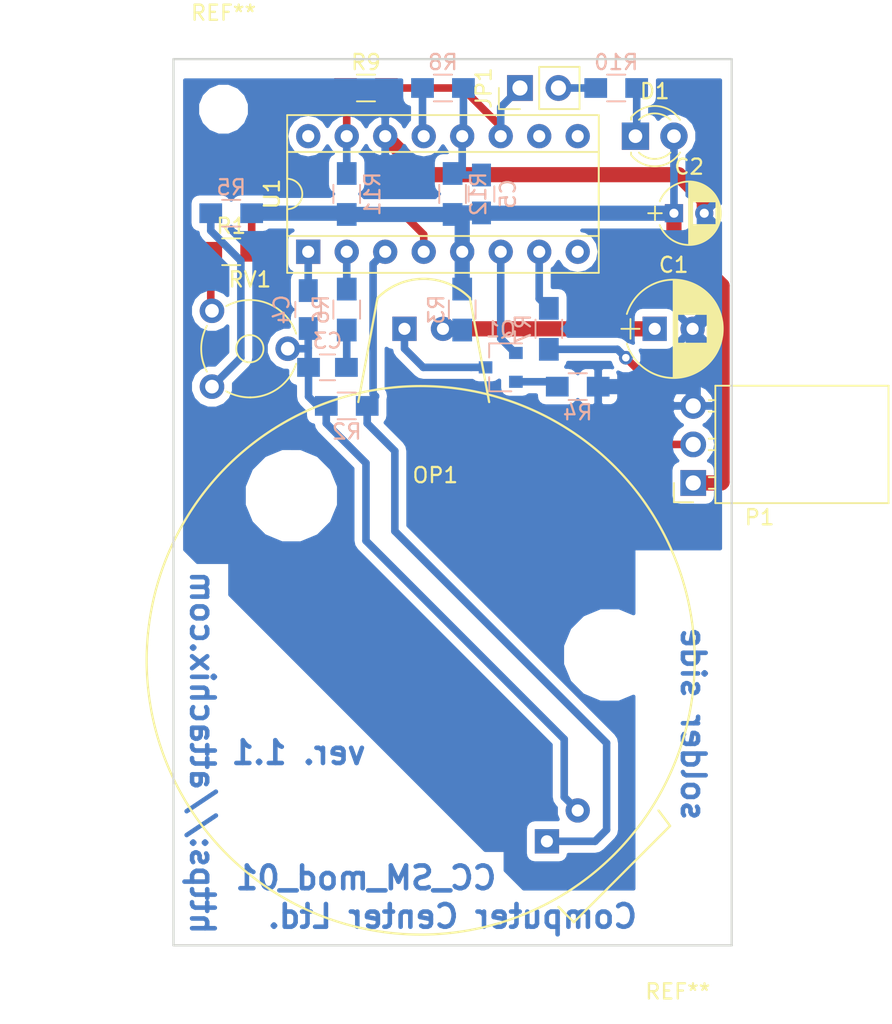
<source format=kicad_pcb>
(kicad_pcb (version 4) (host pcbnew 4.0.7-e2-6376~58~ubuntu14.04.1)

  (general
    (links 41)
    (no_connects 0)
    (area 116.764999 88.824999 153.745001 147.395001)
    (thickness 1.6)
    (drawings 20)
    (tracks 107)
    (zones 0)
    (modules 26)
    (nets 27)
  )

  (page A4)
  (title_block
    (title CC_SM_mod)
    (date 2017-03-15)
    (rev 1.0)
    (company "Computer Center Ltd.")
  )

  (layers
    (0 F.Cu signal)
    (31 B.Cu signal)
    (32 B.Adhes user)
    (33 F.Adhes user)
    (34 B.Paste user)
    (35 F.Paste user)
    (36 B.SilkS user)
    (37 F.SilkS user)
    (38 B.Mask user)
    (39 F.Mask user)
    (40 Dwgs.User user)
    (41 Cmts.User user)
    (42 Eco1.User user)
    (43 Eco2.User user)
    (44 Edge.Cuts user)
    (45 Margin user)
    (46 B.CrtYd user)
    (47 F.CrtYd user)
    (48 B.Fab user)
    (49 F.Fab user)
  )

  (setup
    (last_trace_width 0.25)
    (user_trace_width 0.25)
    (user_trace_width 0.35)
    (user_trace_width 0.5)
    (user_trace_width 0.75)
    (user_trace_width 1)
    (user_trace_width 1.5)
    (user_trace_width 2)
    (user_trace_width 3)
    (trace_clearance 0.25)
    (zone_clearance 0.508)
    (zone_45_only no)
    (trace_min 0.25)
    (segment_width 0.2)
    (edge_width 0.15)
    (via_size 0.9)
    (via_drill 0.5)
    (via_min_size 0.9)
    (via_min_drill 0.5)
    (user_via 0.9 0.5)
    (user_via 1.2 0.8)
    (uvia_size 0.3)
    (uvia_drill 0.1)
    (uvias_allowed no)
    (uvia_min_size 0.2)
    (uvia_min_drill 0.1)
    (pcb_text_width 0.3)
    (pcb_text_size 1.5 1.5)
    (mod_edge_width 0.15)
    (mod_text_size 1 1)
    (mod_text_width 0.15)
    (pad_size 1.524 1.524)
    (pad_drill 0.762)
    (pad_to_mask_clearance 0.2)
    (aux_axis_origin 0 0)
    (visible_elements 7FFFFFFF)
    (pcbplotparams
      (layerselection 0x010f0_80000001)
      (usegerberextensions false)
      (excludeedgelayer true)
      (linewidth 0.100000)
      (plotframeref false)
      (viasonmask false)
      (mode 1)
      (useauxorigin false)
      (hpglpennumber 1)
      (hpglpenspeed 20)
      (hpglpendiameter 15)
      (hpglpenoverlay 2)
      (psnegative false)
      (psa4output false)
      (plotreference true)
      (plotvalue true)
      (plotinvisibletext false)
      (padsonsilk false)
      (subtractmaskfromsilk false)
      (outputformat 1)
      (mirror false)
      (drillshape 0)
      (scaleselection 1)
      (outputdirectory Gerber/))
  )

  (net 0 "")
  (net 1 "Net-(Q1-Pad1)")
  (net 2 "Net-(Q1-Pad2)")
  (net 3 "Net-(OP1-Pad4)")
  (net 4 "Net-(C1-Pad1)")
  (net 5 GND)
  (net 6 VAA)
  (net 7 "Net-(C3-Pad1)")
  (net 8 "Net-(C3-Pad2)")
  (net 9 "Net-(C4-Pad1)")
  (net 10 "Net-(C5-Pad2)")
  (net 11 "Net-(D1-Pad1)")
  (net 12 "Net-(JP1-Pad1)")
  (net 13 "Net-(JP1-Pad2)")
  (net 14 "Net-(OP1-Pad1)")
  (net 15 "Net-(P1-Pad2)")
  (net 16 "Net-(R1-Pad1)")
  (net 17 "Net-(R1-Pad2)")
  (net 18 "Net-(R5-Pad2)")
  (net 19 "Net-(R6-Pad1)")
  (net 20 "Net-(R7-Pad1)")
  (net 21 "Net-(R8-Pad2)")
  (net 22 "Net-(R11-Pad2)")
  (net 23 "Net-(U1-Pad9)")
  (net 24 "Net-(U1-Pad10)")
  (net 25 "Net-(U1-Pad8)")
  (net 26 "Net-(U1-Pad16)")

  (net_class Default "This is the default net class."
    (clearance 0.25)
    (trace_width 0.25)
    (via_dia 0.9)
    (via_drill 0.5)
    (uvia_dia 0.3)
    (uvia_drill 0.1)
    (add_net GND)
    (add_net "Net-(C1-Pad1)")
    (add_net "Net-(C3-Pad1)")
    (add_net "Net-(C3-Pad2)")
    (add_net "Net-(C4-Pad1)")
    (add_net "Net-(C5-Pad2)")
    (add_net "Net-(D1-Pad1)")
    (add_net "Net-(JP1-Pad1)")
    (add_net "Net-(JP1-Pad2)")
    (add_net "Net-(OP1-Pad1)")
    (add_net "Net-(OP1-Pad4)")
    (add_net "Net-(P1-Pad2)")
    (add_net "Net-(Q1-Pad1)")
    (add_net "Net-(Q1-Pad2)")
    (add_net "Net-(R1-Pad1)")
    (add_net "Net-(R1-Pad2)")
    (add_net "Net-(R11-Pad2)")
    (add_net "Net-(R5-Pad2)")
    (add_net "Net-(R6-Pad1)")
    (add_net "Net-(R7-Pad1)")
    (add_net "Net-(R8-Pad2)")
    (add_net "Net-(U1-Pad10)")
    (add_net "Net-(U1-Pad16)")
    (add_net "Net-(U1-Pad8)")
    (add_net "Net-(U1-Pad9)")
    (add_net VAA)
  )

  (module SOT-23 (layer B.Cu) (tedit 5883B105) (tstamp 58C9B033)
    (at 138.43 109.22 180)
    (descr "SOT-23, Standard")
    (tags SOT-23)
    (path /58C812F1)
    (attr smd)
    (fp_text reference Q1 (at 0 2.5 180) (layer B.SilkS)
      (effects (font (size 1 1) (thickness 0.15)) (justify mirror))
    )
    (fp_text value BC847 (at 0 -2.5 180) (layer B.Fab)
      (effects (font (size 1 1) (thickness 0.15)) (justify mirror))
    )
    (fp_line (start -0.7 0.95) (end -0.7 -1.5) (layer B.Fab) (width 0.1))
    (fp_line (start -0.15 1.52) (end 0.7 1.52) (layer B.Fab) (width 0.1))
    (fp_line (start -0.7 0.95) (end -0.15 1.52) (layer B.Fab) (width 0.1))
    (fp_line (start 0.7 1.52) (end 0.7 -1.52) (layer B.Fab) (width 0.1))
    (fp_line (start -0.7 -1.52) (end 0.7 -1.52) (layer B.Fab) (width 0.1))
    (fp_line (start 0.76 -1.58) (end 0.76 -0.65) (layer B.SilkS) (width 0.12))
    (fp_line (start 0.76 1.58) (end 0.76 0.65) (layer B.SilkS) (width 0.12))
    (fp_line (start -1.7 1.75) (end 1.7 1.75) (layer B.CrtYd) (width 0.05))
    (fp_line (start 1.7 1.75) (end 1.7 -1.75) (layer B.CrtYd) (width 0.05))
    (fp_line (start 1.7 -1.75) (end -1.7 -1.75) (layer B.CrtYd) (width 0.05))
    (fp_line (start -1.7 -1.75) (end -1.7 1.75) (layer B.CrtYd) (width 0.05))
    (fp_line (start 0.76 1.58) (end -1.4 1.58) (layer B.SilkS) (width 0.12))
    (fp_line (start 0.76 -1.58) (end -0.7 -1.58) (layer B.SilkS) (width 0.12))
    (pad 1 smd rect (at -1 0.95 180) (size 0.9 0.8) (layers B.Cu B.Paste B.Mask)
      (net 1 "Net-(Q1-Pad1)"))
    (pad 2 smd rect (at -1 -0.95 180) (size 0.9 0.8) (layers B.Cu B.Paste B.Mask)
      (net 2 "Net-(Q1-Pad2)"))
    (pad 3 smd rect (at 1 0 180) (size 0.9 0.8) (layers B.Cu B.Paste B.Mask)
      (net 3 "Net-(OP1-Pad4)"))
    (model Package_TO_SOT_SMD.3dshapes/SOT-23.wrl
      (at (xyz 0 0 0))
      (scale (xyz 1 1 1))
      (rotate (xyz 0 0 90))
    )
  )

  (module Capacitors_THT:CP_Radial_D6.3mm_P2.50mm (layer F.Cu) (tedit 58765D06) (tstamp 58C9B485)
    (at 148.59 106.68)
    (descr "CP, Radial series, Radial, pin pitch=2.50mm, , diameter=6.3mm, Electrolytic Capacitor")
    (tags "CP Radial series Radial pin pitch 2.50mm  diameter 6.3mm Electrolytic Capacitor")
    (path /58C849B4)
    (fp_text reference C1 (at 1.25 -4.21) (layer F.SilkS)
      (effects (font (size 1 1) (thickness 0.15)))
    )
    (fp_text value 100uF (at 1.25 4.21) (layer F.Fab)
      (effects (font (size 1 1) (thickness 0.15)))
    )
    (fp_arc (start 1.25 0) (end -1.838236 -0.98) (angle 144.8) (layer F.SilkS) (width 0.12))
    (fp_arc (start 1.25 0) (end -1.838236 0.98) (angle -144.8) (layer F.SilkS) (width 0.12))
    (fp_arc (start 1.25 0) (end 4.338236 -0.98) (angle 35.2) (layer F.SilkS) (width 0.12))
    (fp_circle (center 1.25 0) (end 4.4 0) (layer F.Fab) (width 0.1))
    (fp_line (start -2.2 0) (end -1 0) (layer F.Fab) (width 0.1))
    (fp_line (start -1.6 -0.65) (end -1.6 0.65) (layer F.Fab) (width 0.1))
    (fp_line (start 1.25 -3.2) (end 1.25 3.2) (layer F.SilkS) (width 0.12))
    (fp_line (start 1.29 -3.2) (end 1.29 3.2) (layer F.SilkS) (width 0.12))
    (fp_line (start 1.33 -3.2) (end 1.33 3.2) (layer F.SilkS) (width 0.12))
    (fp_line (start 1.37 -3.198) (end 1.37 3.198) (layer F.SilkS) (width 0.12))
    (fp_line (start 1.41 -3.197) (end 1.41 3.197) (layer F.SilkS) (width 0.12))
    (fp_line (start 1.45 -3.194) (end 1.45 3.194) (layer F.SilkS) (width 0.12))
    (fp_line (start 1.49 -3.192) (end 1.49 3.192) (layer F.SilkS) (width 0.12))
    (fp_line (start 1.53 -3.188) (end 1.53 -0.98) (layer F.SilkS) (width 0.12))
    (fp_line (start 1.53 0.98) (end 1.53 3.188) (layer F.SilkS) (width 0.12))
    (fp_line (start 1.57 -3.185) (end 1.57 -0.98) (layer F.SilkS) (width 0.12))
    (fp_line (start 1.57 0.98) (end 1.57 3.185) (layer F.SilkS) (width 0.12))
    (fp_line (start 1.61 -3.18) (end 1.61 -0.98) (layer F.SilkS) (width 0.12))
    (fp_line (start 1.61 0.98) (end 1.61 3.18) (layer F.SilkS) (width 0.12))
    (fp_line (start 1.65 -3.176) (end 1.65 -0.98) (layer F.SilkS) (width 0.12))
    (fp_line (start 1.65 0.98) (end 1.65 3.176) (layer F.SilkS) (width 0.12))
    (fp_line (start 1.69 -3.17) (end 1.69 -0.98) (layer F.SilkS) (width 0.12))
    (fp_line (start 1.69 0.98) (end 1.69 3.17) (layer F.SilkS) (width 0.12))
    (fp_line (start 1.73 -3.165) (end 1.73 -0.98) (layer F.SilkS) (width 0.12))
    (fp_line (start 1.73 0.98) (end 1.73 3.165) (layer F.SilkS) (width 0.12))
    (fp_line (start 1.77 -3.158) (end 1.77 -0.98) (layer F.SilkS) (width 0.12))
    (fp_line (start 1.77 0.98) (end 1.77 3.158) (layer F.SilkS) (width 0.12))
    (fp_line (start 1.81 -3.152) (end 1.81 -0.98) (layer F.SilkS) (width 0.12))
    (fp_line (start 1.81 0.98) (end 1.81 3.152) (layer F.SilkS) (width 0.12))
    (fp_line (start 1.85 -3.144) (end 1.85 -0.98) (layer F.SilkS) (width 0.12))
    (fp_line (start 1.85 0.98) (end 1.85 3.144) (layer F.SilkS) (width 0.12))
    (fp_line (start 1.89 -3.137) (end 1.89 -0.98) (layer F.SilkS) (width 0.12))
    (fp_line (start 1.89 0.98) (end 1.89 3.137) (layer F.SilkS) (width 0.12))
    (fp_line (start 1.93 -3.128) (end 1.93 -0.98) (layer F.SilkS) (width 0.12))
    (fp_line (start 1.93 0.98) (end 1.93 3.128) (layer F.SilkS) (width 0.12))
    (fp_line (start 1.971 -3.119) (end 1.971 -0.98) (layer F.SilkS) (width 0.12))
    (fp_line (start 1.971 0.98) (end 1.971 3.119) (layer F.SilkS) (width 0.12))
    (fp_line (start 2.011 -3.11) (end 2.011 -0.98) (layer F.SilkS) (width 0.12))
    (fp_line (start 2.011 0.98) (end 2.011 3.11) (layer F.SilkS) (width 0.12))
    (fp_line (start 2.051 -3.1) (end 2.051 -0.98) (layer F.SilkS) (width 0.12))
    (fp_line (start 2.051 0.98) (end 2.051 3.1) (layer F.SilkS) (width 0.12))
    (fp_line (start 2.091 -3.09) (end 2.091 -0.98) (layer F.SilkS) (width 0.12))
    (fp_line (start 2.091 0.98) (end 2.091 3.09) (layer F.SilkS) (width 0.12))
    (fp_line (start 2.131 -3.079) (end 2.131 -0.98) (layer F.SilkS) (width 0.12))
    (fp_line (start 2.131 0.98) (end 2.131 3.079) (layer F.SilkS) (width 0.12))
    (fp_line (start 2.171 -3.067) (end 2.171 -0.98) (layer F.SilkS) (width 0.12))
    (fp_line (start 2.171 0.98) (end 2.171 3.067) (layer F.SilkS) (width 0.12))
    (fp_line (start 2.211 -3.055) (end 2.211 -0.98) (layer F.SilkS) (width 0.12))
    (fp_line (start 2.211 0.98) (end 2.211 3.055) (layer F.SilkS) (width 0.12))
    (fp_line (start 2.251 -3.042) (end 2.251 -0.98) (layer F.SilkS) (width 0.12))
    (fp_line (start 2.251 0.98) (end 2.251 3.042) (layer F.SilkS) (width 0.12))
    (fp_line (start 2.291 -3.029) (end 2.291 -0.98) (layer F.SilkS) (width 0.12))
    (fp_line (start 2.291 0.98) (end 2.291 3.029) (layer F.SilkS) (width 0.12))
    (fp_line (start 2.331 -3.015) (end 2.331 -0.98) (layer F.SilkS) (width 0.12))
    (fp_line (start 2.331 0.98) (end 2.331 3.015) (layer F.SilkS) (width 0.12))
    (fp_line (start 2.371 -3.001) (end 2.371 -0.98) (layer F.SilkS) (width 0.12))
    (fp_line (start 2.371 0.98) (end 2.371 3.001) (layer F.SilkS) (width 0.12))
    (fp_line (start 2.411 -2.986) (end 2.411 -0.98) (layer F.SilkS) (width 0.12))
    (fp_line (start 2.411 0.98) (end 2.411 2.986) (layer F.SilkS) (width 0.12))
    (fp_line (start 2.451 -2.97) (end 2.451 -0.98) (layer F.SilkS) (width 0.12))
    (fp_line (start 2.451 0.98) (end 2.451 2.97) (layer F.SilkS) (width 0.12))
    (fp_line (start 2.491 -2.954) (end 2.491 -0.98) (layer F.SilkS) (width 0.12))
    (fp_line (start 2.491 0.98) (end 2.491 2.954) (layer F.SilkS) (width 0.12))
    (fp_line (start 2.531 -2.937) (end 2.531 -0.98) (layer F.SilkS) (width 0.12))
    (fp_line (start 2.531 0.98) (end 2.531 2.937) (layer F.SilkS) (width 0.12))
    (fp_line (start 2.571 -2.919) (end 2.571 -0.98) (layer F.SilkS) (width 0.12))
    (fp_line (start 2.571 0.98) (end 2.571 2.919) (layer F.SilkS) (width 0.12))
    (fp_line (start 2.611 -2.901) (end 2.611 -0.98) (layer F.SilkS) (width 0.12))
    (fp_line (start 2.611 0.98) (end 2.611 2.901) (layer F.SilkS) (width 0.12))
    (fp_line (start 2.651 -2.882) (end 2.651 -0.98) (layer F.SilkS) (width 0.12))
    (fp_line (start 2.651 0.98) (end 2.651 2.882) (layer F.SilkS) (width 0.12))
    (fp_line (start 2.691 -2.863) (end 2.691 -0.98) (layer F.SilkS) (width 0.12))
    (fp_line (start 2.691 0.98) (end 2.691 2.863) (layer F.SilkS) (width 0.12))
    (fp_line (start 2.731 -2.843) (end 2.731 -0.98) (layer F.SilkS) (width 0.12))
    (fp_line (start 2.731 0.98) (end 2.731 2.843) (layer F.SilkS) (width 0.12))
    (fp_line (start 2.771 -2.822) (end 2.771 -0.98) (layer F.SilkS) (width 0.12))
    (fp_line (start 2.771 0.98) (end 2.771 2.822) (layer F.SilkS) (width 0.12))
    (fp_line (start 2.811 -2.8) (end 2.811 -0.98) (layer F.SilkS) (width 0.12))
    (fp_line (start 2.811 0.98) (end 2.811 2.8) (layer F.SilkS) (width 0.12))
    (fp_line (start 2.851 -2.778) (end 2.851 -0.98) (layer F.SilkS) (width 0.12))
    (fp_line (start 2.851 0.98) (end 2.851 2.778) (layer F.SilkS) (width 0.12))
    (fp_line (start 2.891 -2.755) (end 2.891 -0.98) (layer F.SilkS) (width 0.12))
    (fp_line (start 2.891 0.98) (end 2.891 2.755) (layer F.SilkS) (width 0.12))
    (fp_line (start 2.931 -2.731) (end 2.931 -0.98) (layer F.SilkS) (width 0.12))
    (fp_line (start 2.931 0.98) (end 2.931 2.731) (layer F.SilkS) (width 0.12))
    (fp_line (start 2.971 -2.706) (end 2.971 -0.98) (layer F.SilkS) (width 0.12))
    (fp_line (start 2.971 0.98) (end 2.971 2.706) (layer F.SilkS) (width 0.12))
    (fp_line (start 3.011 -2.681) (end 3.011 -0.98) (layer F.SilkS) (width 0.12))
    (fp_line (start 3.011 0.98) (end 3.011 2.681) (layer F.SilkS) (width 0.12))
    (fp_line (start 3.051 -2.654) (end 3.051 -0.98) (layer F.SilkS) (width 0.12))
    (fp_line (start 3.051 0.98) (end 3.051 2.654) (layer F.SilkS) (width 0.12))
    (fp_line (start 3.091 -2.627) (end 3.091 -0.98) (layer F.SilkS) (width 0.12))
    (fp_line (start 3.091 0.98) (end 3.091 2.627) (layer F.SilkS) (width 0.12))
    (fp_line (start 3.131 -2.599) (end 3.131 -0.98) (layer F.SilkS) (width 0.12))
    (fp_line (start 3.131 0.98) (end 3.131 2.599) (layer F.SilkS) (width 0.12))
    (fp_line (start 3.171 -2.57) (end 3.171 -0.98) (layer F.SilkS) (width 0.12))
    (fp_line (start 3.171 0.98) (end 3.171 2.57) (layer F.SilkS) (width 0.12))
    (fp_line (start 3.211 -2.54) (end 3.211 -0.98) (layer F.SilkS) (width 0.12))
    (fp_line (start 3.211 0.98) (end 3.211 2.54) (layer F.SilkS) (width 0.12))
    (fp_line (start 3.251 -2.51) (end 3.251 -0.98) (layer F.SilkS) (width 0.12))
    (fp_line (start 3.251 0.98) (end 3.251 2.51) (layer F.SilkS) (width 0.12))
    (fp_line (start 3.291 -2.478) (end 3.291 -0.98) (layer F.SilkS) (width 0.12))
    (fp_line (start 3.291 0.98) (end 3.291 2.478) (layer F.SilkS) (width 0.12))
    (fp_line (start 3.331 -2.445) (end 3.331 -0.98) (layer F.SilkS) (width 0.12))
    (fp_line (start 3.331 0.98) (end 3.331 2.445) (layer F.SilkS) (width 0.12))
    (fp_line (start 3.371 -2.411) (end 3.371 -0.98) (layer F.SilkS) (width 0.12))
    (fp_line (start 3.371 0.98) (end 3.371 2.411) (layer F.SilkS) (width 0.12))
    (fp_line (start 3.411 -2.375) (end 3.411 -0.98) (layer F.SilkS) (width 0.12))
    (fp_line (start 3.411 0.98) (end 3.411 2.375) (layer F.SilkS) (width 0.12))
    (fp_line (start 3.451 -2.339) (end 3.451 -0.98) (layer F.SilkS) (width 0.12))
    (fp_line (start 3.451 0.98) (end 3.451 2.339) (layer F.SilkS) (width 0.12))
    (fp_line (start 3.491 -2.301) (end 3.491 2.301) (layer F.SilkS) (width 0.12))
    (fp_line (start 3.531 -2.262) (end 3.531 2.262) (layer F.SilkS) (width 0.12))
    (fp_line (start 3.571 -2.222) (end 3.571 2.222) (layer F.SilkS) (width 0.12))
    (fp_line (start 3.611 -2.18) (end 3.611 2.18) (layer F.SilkS) (width 0.12))
    (fp_line (start 3.651 -2.137) (end 3.651 2.137) (layer F.SilkS) (width 0.12))
    (fp_line (start 3.691 -2.092) (end 3.691 2.092) (layer F.SilkS) (width 0.12))
    (fp_line (start 3.731 -2.045) (end 3.731 2.045) (layer F.SilkS) (width 0.12))
    (fp_line (start 3.771 -1.997) (end 3.771 1.997) (layer F.SilkS) (width 0.12))
    (fp_line (start 3.811 -1.946) (end 3.811 1.946) (layer F.SilkS) (width 0.12))
    (fp_line (start 3.851 -1.894) (end 3.851 1.894) (layer F.SilkS) (width 0.12))
    (fp_line (start 3.891 -1.839) (end 3.891 1.839) (layer F.SilkS) (width 0.12))
    (fp_line (start 3.931 -1.781) (end 3.931 1.781) (layer F.SilkS) (width 0.12))
    (fp_line (start 3.971 -1.721) (end 3.971 1.721) (layer F.SilkS) (width 0.12))
    (fp_line (start 4.011 -1.658) (end 4.011 1.658) (layer F.SilkS) (width 0.12))
    (fp_line (start 4.051 -1.591) (end 4.051 1.591) (layer F.SilkS) (width 0.12))
    (fp_line (start 4.091 -1.52) (end 4.091 1.52) (layer F.SilkS) (width 0.12))
    (fp_line (start 4.131 -1.445) (end 4.131 1.445) (layer F.SilkS) (width 0.12))
    (fp_line (start 4.171 -1.364) (end 4.171 1.364) (layer F.SilkS) (width 0.12))
    (fp_line (start 4.211 -1.278) (end 4.211 1.278) (layer F.SilkS) (width 0.12))
    (fp_line (start 4.251 -1.184) (end 4.251 1.184) (layer F.SilkS) (width 0.12))
    (fp_line (start 4.291 -1.081) (end 4.291 1.081) (layer F.SilkS) (width 0.12))
    (fp_line (start 4.331 -0.966) (end 4.331 0.966) (layer F.SilkS) (width 0.12))
    (fp_line (start 4.371 -0.834) (end 4.371 0.834) (layer F.SilkS) (width 0.12))
    (fp_line (start 4.411 -0.676) (end 4.411 0.676) (layer F.SilkS) (width 0.12))
    (fp_line (start 4.451 -0.468) (end 4.451 0.468) (layer F.SilkS) (width 0.12))
    (fp_line (start -2.2 0) (end -1 0) (layer F.SilkS) (width 0.12))
    (fp_line (start -1.6 -0.65) (end -1.6 0.65) (layer F.SilkS) (width 0.12))
    (fp_line (start -2.25 -3.5) (end -2.25 3.5) (layer F.CrtYd) (width 0.05))
    (fp_line (start -2.25 3.5) (end 4.75 3.5) (layer F.CrtYd) (width 0.05))
    (fp_line (start 4.75 3.5) (end 4.75 -3.5) (layer F.CrtYd) (width 0.05))
    (fp_line (start 4.75 -3.5) (end -2.25 -3.5) (layer F.CrtYd) (width 0.05))
    (pad 1 thru_hole rect (at 0 0) (size 1.6 1.6) (drill 0.8) (layers *.Cu *.Mask)
      (net 4 "Net-(C1-Pad1)"))
    (pad 2 thru_hole circle (at 2.5 0) (size 1.6 1.6) (drill 0.8) (layers *.Cu *.Mask)
      (net 5 GND))
    (model Capacitor_THT.3dshapes/CP_Radial_D6.3mm_P2.50mm.wrl
      (at (xyz 0 0 0))
      (scale (xyz 1 1 1))
      (rotate (xyz 0 0 0))
    )
  )

  (module Capacitors_THT:CP_Radial_D4.0mm_P2.00mm (layer F.Cu) (tedit 58765D06) (tstamp 58C9B4F3)
    (at 149.86 99.06)
    (descr "CP, Radial series, Radial, pin pitch=2.00mm, , diameter=4mm, Electrolytic Capacitor")
    (tags "CP Radial series Radial pin pitch 2.00mm  diameter 4mm Electrolytic Capacitor")
    (path /58C84A36)
    (fp_text reference C2 (at 1 -3.06) (layer F.SilkS)
      (effects (font (size 1 1) (thickness 0.15)))
    )
    (fp_text value 22uF (at 1 3.06) (layer F.Fab)
      (effects (font (size 1 1) (thickness 0.15)))
    )
    (fp_arc (start 1 0) (end -0.938995 -0.78) (angle 136.2) (layer F.SilkS) (width 0.12))
    (fp_arc (start 1 0) (end -0.938995 0.78) (angle -136.2) (layer F.SilkS) (width 0.12))
    (fp_arc (start 1 0) (end 2.938995 -0.78) (angle 43.8) (layer F.SilkS) (width 0.12))
    (fp_circle (center 1 0) (end 3 0) (layer F.Fab) (width 0.1))
    (fp_line (start -1.7 0) (end -0.8 0) (layer F.Fab) (width 0.1))
    (fp_line (start -1.25 -0.45) (end -1.25 0.45) (layer F.Fab) (width 0.1))
    (fp_line (start 1 -2.05) (end 1 2.05) (layer F.SilkS) (width 0.12))
    (fp_line (start 1.04 -2.05) (end 1.04 2.05) (layer F.SilkS) (width 0.12))
    (fp_line (start 1.08 -2.049) (end 1.08 2.049) (layer F.SilkS) (width 0.12))
    (fp_line (start 1.12 -2.047) (end 1.12 2.047) (layer F.SilkS) (width 0.12))
    (fp_line (start 1.16 -2.044) (end 1.16 2.044) (layer F.SilkS) (width 0.12))
    (fp_line (start 1.2 -2.041) (end 1.2 2.041) (layer F.SilkS) (width 0.12))
    (fp_line (start 1.24 -2.037) (end 1.24 -0.78) (layer F.SilkS) (width 0.12))
    (fp_line (start 1.24 0.78) (end 1.24 2.037) (layer F.SilkS) (width 0.12))
    (fp_line (start 1.28 -2.032) (end 1.28 -0.78) (layer F.SilkS) (width 0.12))
    (fp_line (start 1.28 0.78) (end 1.28 2.032) (layer F.SilkS) (width 0.12))
    (fp_line (start 1.32 -2.026) (end 1.32 -0.78) (layer F.SilkS) (width 0.12))
    (fp_line (start 1.32 0.78) (end 1.32 2.026) (layer F.SilkS) (width 0.12))
    (fp_line (start 1.36 -2.019) (end 1.36 -0.78) (layer F.SilkS) (width 0.12))
    (fp_line (start 1.36 0.78) (end 1.36 2.019) (layer F.SilkS) (width 0.12))
    (fp_line (start 1.4 -2.012) (end 1.4 -0.78) (layer F.SilkS) (width 0.12))
    (fp_line (start 1.4 0.78) (end 1.4 2.012) (layer F.SilkS) (width 0.12))
    (fp_line (start 1.44 -2.004) (end 1.44 -0.78) (layer F.SilkS) (width 0.12))
    (fp_line (start 1.44 0.78) (end 1.44 2.004) (layer F.SilkS) (width 0.12))
    (fp_line (start 1.48 -1.995) (end 1.48 -0.78) (layer F.SilkS) (width 0.12))
    (fp_line (start 1.48 0.78) (end 1.48 1.995) (layer F.SilkS) (width 0.12))
    (fp_line (start 1.52 -1.985) (end 1.52 -0.78) (layer F.SilkS) (width 0.12))
    (fp_line (start 1.52 0.78) (end 1.52 1.985) (layer F.SilkS) (width 0.12))
    (fp_line (start 1.56 -1.974) (end 1.56 -0.78) (layer F.SilkS) (width 0.12))
    (fp_line (start 1.56 0.78) (end 1.56 1.974) (layer F.SilkS) (width 0.12))
    (fp_line (start 1.6 -1.963) (end 1.6 -0.78) (layer F.SilkS) (width 0.12))
    (fp_line (start 1.6 0.78) (end 1.6 1.963) (layer F.SilkS) (width 0.12))
    (fp_line (start 1.64 -1.95) (end 1.64 -0.78) (layer F.SilkS) (width 0.12))
    (fp_line (start 1.64 0.78) (end 1.64 1.95) (layer F.SilkS) (width 0.12))
    (fp_line (start 1.68 -1.937) (end 1.68 -0.78) (layer F.SilkS) (width 0.12))
    (fp_line (start 1.68 0.78) (end 1.68 1.937) (layer F.SilkS) (width 0.12))
    (fp_line (start 1.721 -1.923) (end 1.721 -0.78) (layer F.SilkS) (width 0.12))
    (fp_line (start 1.721 0.78) (end 1.721 1.923) (layer F.SilkS) (width 0.12))
    (fp_line (start 1.761 -1.907) (end 1.761 -0.78) (layer F.SilkS) (width 0.12))
    (fp_line (start 1.761 0.78) (end 1.761 1.907) (layer F.SilkS) (width 0.12))
    (fp_line (start 1.801 -1.891) (end 1.801 -0.78) (layer F.SilkS) (width 0.12))
    (fp_line (start 1.801 0.78) (end 1.801 1.891) (layer F.SilkS) (width 0.12))
    (fp_line (start 1.841 -1.874) (end 1.841 -0.78) (layer F.SilkS) (width 0.12))
    (fp_line (start 1.841 0.78) (end 1.841 1.874) (layer F.SilkS) (width 0.12))
    (fp_line (start 1.881 -1.856) (end 1.881 -0.78) (layer F.SilkS) (width 0.12))
    (fp_line (start 1.881 0.78) (end 1.881 1.856) (layer F.SilkS) (width 0.12))
    (fp_line (start 1.921 -1.837) (end 1.921 -0.78) (layer F.SilkS) (width 0.12))
    (fp_line (start 1.921 0.78) (end 1.921 1.837) (layer F.SilkS) (width 0.12))
    (fp_line (start 1.961 -1.817) (end 1.961 -0.78) (layer F.SilkS) (width 0.12))
    (fp_line (start 1.961 0.78) (end 1.961 1.817) (layer F.SilkS) (width 0.12))
    (fp_line (start 2.001 -1.796) (end 2.001 -0.78) (layer F.SilkS) (width 0.12))
    (fp_line (start 2.001 0.78) (end 2.001 1.796) (layer F.SilkS) (width 0.12))
    (fp_line (start 2.041 -1.773) (end 2.041 -0.78) (layer F.SilkS) (width 0.12))
    (fp_line (start 2.041 0.78) (end 2.041 1.773) (layer F.SilkS) (width 0.12))
    (fp_line (start 2.081 -1.75) (end 2.081 -0.78) (layer F.SilkS) (width 0.12))
    (fp_line (start 2.081 0.78) (end 2.081 1.75) (layer F.SilkS) (width 0.12))
    (fp_line (start 2.121 -1.725) (end 2.121 -0.78) (layer F.SilkS) (width 0.12))
    (fp_line (start 2.121 0.78) (end 2.121 1.725) (layer F.SilkS) (width 0.12))
    (fp_line (start 2.161 -1.699) (end 2.161 -0.78) (layer F.SilkS) (width 0.12))
    (fp_line (start 2.161 0.78) (end 2.161 1.699) (layer F.SilkS) (width 0.12))
    (fp_line (start 2.201 -1.672) (end 2.201 -0.78) (layer F.SilkS) (width 0.12))
    (fp_line (start 2.201 0.78) (end 2.201 1.672) (layer F.SilkS) (width 0.12))
    (fp_line (start 2.241 -1.643) (end 2.241 -0.78) (layer F.SilkS) (width 0.12))
    (fp_line (start 2.241 0.78) (end 2.241 1.643) (layer F.SilkS) (width 0.12))
    (fp_line (start 2.281 -1.613) (end 2.281 -0.78) (layer F.SilkS) (width 0.12))
    (fp_line (start 2.281 0.78) (end 2.281 1.613) (layer F.SilkS) (width 0.12))
    (fp_line (start 2.321 -1.581) (end 2.321 -0.78) (layer F.SilkS) (width 0.12))
    (fp_line (start 2.321 0.78) (end 2.321 1.581) (layer F.SilkS) (width 0.12))
    (fp_line (start 2.361 -1.547) (end 2.361 -0.78) (layer F.SilkS) (width 0.12))
    (fp_line (start 2.361 0.78) (end 2.361 1.547) (layer F.SilkS) (width 0.12))
    (fp_line (start 2.401 -1.512) (end 2.401 -0.78) (layer F.SilkS) (width 0.12))
    (fp_line (start 2.401 0.78) (end 2.401 1.512) (layer F.SilkS) (width 0.12))
    (fp_line (start 2.441 -1.475) (end 2.441 -0.78) (layer F.SilkS) (width 0.12))
    (fp_line (start 2.441 0.78) (end 2.441 1.475) (layer F.SilkS) (width 0.12))
    (fp_line (start 2.481 -1.436) (end 2.481 -0.78) (layer F.SilkS) (width 0.12))
    (fp_line (start 2.481 0.78) (end 2.481 1.436) (layer F.SilkS) (width 0.12))
    (fp_line (start 2.521 -1.395) (end 2.521 -0.78) (layer F.SilkS) (width 0.12))
    (fp_line (start 2.521 0.78) (end 2.521 1.395) (layer F.SilkS) (width 0.12))
    (fp_line (start 2.561 -1.351) (end 2.561 -0.78) (layer F.SilkS) (width 0.12))
    (fp_line (start 2.561 0.78) (end 2.561 1.351) (layer F.SilkS) (width 0.12))
    (fp_line (start 2.601 -1.305) (end 2.601 -0.78) (layer F.SilkS) (width 0.12))
    (fp_line (start 2.601 0.78) (end 2.601 1.305) (layer F.SilkS) (width 0.12))
    (fp_line (start 2.641 -1.256) (end 2.641 -0.78) (layer F.SilkS) (width 0.12))
    (fp_line (start 2.641 0.78) (end 2.641 1.256) (layer F.SilkS) (width 0.12))
    (fp_line (start 2.681 -1.204) (end 2.681 -0.78) (layer F.SilkS) (width 0.12))
    (fp_line (start 2.681 0.78) (end 2.681 1.204) (layer F.SilkS) (width 0.12))
    (fp_line (start 2.721 -1.148) (end 2.721 -0.78) (layer F.SilkS) (width 0.12))
    (fp_line (start 2.721 0.78) (end 2.721 1.148) (layer F.SilkS) (width 0.12))
    (fp_line (start 2.761 -1.088) (end 2.761 -0.78) (layer F.SilkS) (width 0.12))
    (fp_line (start 2.761 0.78) (end 2.761 1.088) (layer F.SilkS) (width 0.12))
    (fp_line (start 2.801 -1.023) (end 2.801 1.023) (layer F.SilkS) (width 0.12))
    (fp_line (start 2.841 -0.952) (end 2.841 0.952) (layer F.SilkS) (width 0.12))
    (fp_line (start 2.881 -0.874) (end 2.881 0.874) (layer F.SilkS) (width 0.12))
    (fp_line (start 2.921 -0.786) (end 2.921 0.786) (layer F.SilkS) (width 0.12))
    (fp_line (start 2.961 -0.686) (end 2.961 0.686) (layer F.SilkS) (width 0.12))
    (fp_line (start 3.001 -0.567) (end 3.001 0.567) (layer F.SilkS) (width 0.12))
    (fp_line (start 3.041 -0.415) (end 3.041 0.415) (layer F.SilkS) (width 0.12))
    (fp_line (start 3.081 -0.165) (end 3.081 0.165) (layer F.SilkS) (width 0.12))
    (fp_line (start -1.7 0) (end -0.8 0) (layer F.SilkS) (width 0.12))
    (fp_line (start -1.25 -0.45) (end -1.25 0.45) (layer F.SilkS) (width 0.12))
    (fp_line (start -1.35 -2.35) (end -1.35 2.35) (layer F.CrtYd) (width 0.05))
    (fp_line (start -1.35 2.35) (end 3.35 2.35) (layer F.CrtYd) (width 0.05))
    (fp_line (start 3.35 2.35) (end 3.35 -2.35) (layer F.CrtYd) (width 0.05))
    (fp_line (start 3.35 -2.35) (end -1.35 -2.35) (layer F.CrtYd) (width 0.05))
    (pad 1 thru_hole rect (at 0 0) (size 1.2 1.2) (drill 0.6) (layers *.Cu *.Mask)
      (net 6 VAA))
    (pad 2 thru_hole circle (at 2 0) (size 1.2 1.2) (drill 0.6) (layers *.Cu *.Mask)
      (net 5 GND))
    (model Capacitor_THT.3dshapes/CP_Radial_D4.0mm_P2.00mm.wrl
      (at (xyz 0 0 0))
      (scale (xyz 1 1 1))
      (rotate (xyz 0 0 0))
    )
  )

  (module Capacitors_SMD:C_0805_HandSoldering (layer B.Cu) (tedit 58AA84A8) (tstamp 58C9B504)
    (at 127 109.22 180)
    (descr "Capacitor SMD 0805, hand soldering")
    (tags "capacitor 0805")
    (path /58C840C7)
    (attr smd)
    (fp_text reference C3 (at 0 1.75 180) (layer B.SilkS)
      (effects (font (size 1 1) (thickness 0.15)) (justify mirror))
    )
    (fp_text value 4n7 (at 0 -1.75 180) (layer B.Fab)
      (effects (font (size 1 1) (thickness 0.15)) (justify mirror))
    )
    (fp_text user %R (at 0 1.75 180) (layer B.Fab)
      (effects (font (size 1 1) (thickness 0.15)) (justify mirror))
    )
    (fp_line (start -1 -0.62) (end -1 0.62) (layer B.Fab) (width 0.1))
    (fp_line (start 1 -0.62) (end -1 -0.62) (layer B.Fab) (width 0.1))
    (fp_line (start 1 0.62) (end 1 -0.62) (layer B.Fab) (width 0.1))
    (fp_line (start -1 0.62) (end 1 0.62) (layer B.Fab) (width 0.1))
    (fp_line (start 0.5 0.85) (end -0.5 0.85) (layer B.SilkS) (width 0.12))
    (fp_line (start -0.5 -0.85) (end 0.5 -0.85) (layer B.SilkS) (width 0.12))
    (fp_line (start -2.25 0.88) (end 2.25 0.88) (layer B.CrtYd) (width 0.05))
    (fp_line (start -2.25 0.88) (end -2.25 -0.87) (layer B.CrtYd) (width 0.05))
    (fp_line (start 2.25 -0.87) (end 2.25 0.88) (layer B.CrtYd) (width 0.05))
    (fp_line (start 2.25 -0.87) (end -2.25 -0.87) (layer B.CrtYd) (width 0.05))
    (pad 1 smd rect (at -1.25 0 180) (size 1.5 1.25) (layers B.Cu B.Paste B.Mask)
      (net 7 "Net-(C3-Pad1)"))
    (pad 2 smd rect (at 1.25 0 180) (size 1.5 1.25) (layers B.Cu B.Paste B.Mask)
      (net 8 "Net-(C3-Pad2)"))
    (model Capacitors_SMD.3dshapes/C_0805.wrl
      (at (xyz 0 0 0))
      (scale (xyz 1 1 1))
      (rotate (xyz 0 0 0))
    )
  )

  (module Capacitors_SMD:C_0805_HandSoldering (layer B.Cu) (tedit 58AA84A8) (tstamp 58C9B515)
    (at 125.73 105.41 270)
    (descr "Capacitor SMD 0805, hand soldering")
    (tags "capacitor 0805")
    (path /58C84034)
    (attr smd)
    (fp_text reference C4 (at 0 1.75 270) (layer B.SilkS)
      (effects (font (size 1 1) (thickness 0.15)) (justify mirror))
    )
    (fp_text value 47n (at 0 -1.75 270) (layer B.Fab)
      (effects (font (size 1 1) (thickness 0.15)) (justify mirror))
    )
    (fp_text user %R (at 0 1.75 270) (layer B.Fab)
      (effects (font (size 1 1) (thickness 0.15)) (justify mirror))
    )
    (fp_line (start -1 -0.62) (end -1 0.62) (layer B.Fab) (width 0.1))
    (fp_line (start 1 -0.62) (end -1 -0.62) (layer B.Fab) (width 0.1))
    (fp_line (start 1 0.62) (end 1 -0.62) (layer B.Fab) (width 0.1))
    (fp_line (start -1 0.62) (end 1 0.62) (layer B.Fab) (width 0.1))
    (fp_line (start 0.5 0.85) (end -0.5 0.85) (layer B.SilkS) (width 0.12))
    (fp_line (start -0.5 -0.85) (end 0.5 -0.85) (layer B.SilkS) (width 0.12))
    (fp_line (start -2.25 0.88) (end 2.25 0.88) (layer B.CrtYd) (width 0.05))
    (fp_line (start -2.25 0.88) (end -2.25 -0.87) (layer B.CrtYd) (width 0.05))
    (fp_line (start 2.25 -0.87) (end 2.25 0.88) (layer B.CrtYd) (width 0.05))
    (fp_line (start 2.25 -0.87) (end -2.25 -0.87) (layer B.CrtYd) (width 0.05))
    (pad 1 smd rect (at -1.25 0 270) (size 1.5 1.25) (layers B.Cu B.Paste B.Mask)
      (net 9 "Net-(C4-Pad1)"))
    (pad 2 smd rect (at 1.25 0 270) (size 1.5 1.25) (layers B.Cu B.Paste B.Mask)
      (net 8 "Net-(C3-Pad2)"))
    (model Capacitors_SMD.3dshapes/C_0805.wrl
      (at (xyz 0 0 0))
      (scale (xyz 1 1 1))
      (rotate (xyz 0 0 0))
    )
  )

  (module Capacitors_SMD:C_0805_HandSoldering (layer B.Cu) (tedit 58AA84A8) (tstamp 58C9B526)
    (at 137.16 97.79 90)
    (descr "Capacitor SMD 0805, hand soldering")
    (tags "capacitor 0805")
    (path /58C84787)
    (attr smd)
    (fp_text reference C5 (at 0 1.75 90) (layer B.SilkS)
      (effects (font (size 1 1) (thickness 0.15)) (justify mirror))
    )
    (fp_text value 1n5 (at 0 -1.75 90) (layer B.Fab)
      (effects (font (size 1 1) (thickness 0.15)) (justify mirror))
    )
    (fp_text user %R (at 0 1.75 90) (layer B.Fab)
      (effects (font (size 1 1) (thickness 0.15)) (justify mirror))
    )
    (fp_line (start -1 -0.62) (end -1 0.62) (layer B.Fab) (width 0.1))
    (fp_line (start 1 -0.62) (end -1 -0.62) (layer B.Fab) (width 0.1))
    (fp_line (start 1 0.62) (end 1 -0.62) (layer B.Fab) (width 0.1))
    (fp_line (start -1 0.62) (end 1 0.62) (layer B.Fab) (width 0.1))
    (fp_line (start 0.5 0.85) (end -0.5 0.85) (layer B.SilkS) (width 0.12))
    (fp_line (start -0.5 -0.85) (end 0.5 -0.85) (layer B.SilkS) (width 0.12))
    (fp_line (start -2.25 0.88) (end 2.25 0.88) (layer B.CrtYd) (width 0.05))
    (fp_line (start -2.25 0.88) (end -2.25 -0.87) (layer B.CrtYd) (width 0.05))
    (fp_line (start 2.25 -0.87) (end 2.25 0.88) (layer B.CrtYd) (width 0.05))
    (fp_line (start 2.25 -0.87) (end -2.25 -0.87) (layer B.CrtYd) (width 0.05))
    (pad 1 smd rect (at -1.25 0 90) (size 1.5 1.25) (layers B.Cu B.Paste B.Mask)
      (net 6 VAA))
    (pad 2 smd rect (at 1.25 0 90) (size 1.5 1.25) (layers B.Cu B.Paste B.Mask)
      (net 10 "Net-(C5-Pad2)"))
    (model Capacitors_SMD.3dshapes/C_0805.wrl
      (at (xyz 0 0 0))
      (scale (xyz 1 1 1))
      (rotate (xyz 0 0 0))
    )
  )

  (module CC_Footprint:LED_D3.0mm (layer F.Cu) (tedit 587A3A7B) (tstamp 58C9B539)
    (at 147.32 93.98)
    (descr "LED, diameter 3.0mm, 2 pins")
    (tags "LED diameter 3.0mm 2 pins")
    (path /58C879A8)
    (fp_text reference D1 (at 1.27 -2.96) (layer F.SilkS)
      (effects (font (size 1 1) (thickness 0.15)))
    )
    (fp_text value LED (at 1.27 2.96) (layer F.Fab)
      (effects (font (size 1 1) (thickness 0.15)))
    )
    (fp_arc (start 1.27 0) (end -0.23 -1.16619) (angle 284.3) (layer F.Fab) (width 0.1))
    (fp_arc (start 1.27 0) (end -0.29 -1.235516) (angle 108.8) (layer F.SilkS) (width 0.12))
    (fp_arc (start 1.27 0) (end -0.29 1.235516) (angle -108.8) (layer F.SilkS) (width 0.12))
    (fp_arc (start 1.27 0) (end 0.229039 -1.08) (angle 87.9) (layer F.SilkS) (width 0.12))
    (fp_arc (start 1.27 0) (end 0.229039 1.08) (angle -87.9) (layer F.SilkS) (width 0.12))
    (fp_circle (center 1.27 0) (end 2.77 0) (layer F.Fab) (width 0.1))
    (fp_line (start -0.23 -1.16619) (end -0.23 1.16619) (layer F.Fab) (width 0.1))
    (fp_line (start -0.29 -1.236) (end -0.29 -1.08) (layer F.SilkS) (width 0.12))
    (fp_line (start -0.29 1.08) (end -0.29 1.236) (layer F.SilkS) (width 0.12))
    (fp_line (start -1.15 -2.25) (end -1.15 2.25) (layer F.CrtYd) (width 0.05))
    (fp_line (start -1.15 2.25) (end 3.7 2.25) (layer F.CrtYd) (width 0.05))
    (fp_line (start 3.7 2.25) (end 3.7 -2.25) (layer F.CrtYd) (width 0.05))
    (fp_line (start 3.7 -2.25) (end -1.15 -2.25) (layer F.CrtYd) (width 0.05))
    (pad 1 thru_hole rect (at 0 0) (size 1.8 1.8) (drill 0.9) (layers *.Cu *.Mask)
      (net 11 "Net-(D1-Pad1)"))
    (pad 2 thru_hole circle (at 2.54 0) (size 1.8 1.8) (drill 0.9) (layers *.Cu *.Mask)
      (net 6 VAA))
    (model LED_THT.3dshapes/LED_D3.0mm.wrl
      (at (xyz 0 0 0))
      (scale (xyz 1 1 1))
      (rotate (xyz 0 0 0))
    )
  )

  (module Pin_Headers:Pin_Header_Straight_1x02_Pitch2.54mm (layer F.Cu) (tedit 5862ED52) (tstamp 58C9B54D)
    (at 139.7 90.805 90)
    (descr "Through hole straight pin header, 1x02, 2.54mm pitch, single row")
    (tags "Through hole pin header THT 1x02 2.54mm single row")
    (path /58C877A8)
    (fp_text reference JP1 (at 0 -2.39 90) (layer F.SilkS)
      (effects (font (size 1 1) (thickness 0.15)))
    )
    (fp_text value Jumper_NO (at 0 4.93 90) (layer F.Fab)
      (effects (font (size 1 1) (thickness 0.15)))
    )
    (fp_line (start -1.27 -1.27) (end -1.27 3.81) (layer F.Fab) (width 0.1))
    (fp_line (start -1.27 3.81) (end 1.27 3.81) (layer F.Fab) (width 0.1))
    (fp_line (start 1.27 3.81) (end 1.27 -1.27) (layer F.Fab) (width 0.1))
    (fp_line (start 1.27 -1.27) (end -1.27 -1.27) (layer F.Fab) (width 0.1))
    (fp_line (start -1.39 1.27) (end -1.39 3.93) (layer F.SilkS) (width 0.12))
    (fp_line (start -1.39 3.93) (end 1.39 3.93) (layer F.SilkS) (width 0.12))
    (fp_line (start 1.39 3.93) (end 1.39 1.27) (layer F.SilkS) (width 0.12))
    (fp_line (start 1.39 1.27) (end -1.39 1.27) (layer F.SilkS) (width 0.12))
    (fp_line (start -1.39 0) (end -1.39 -1.39) (layer F.SilkS) (width 0.12))
    (fp_line (start -1.39 -1.39) (end 0 -1.39) (layer F.SilkS) (width 0.12))
    (fp_line (start -1.6 -1.6) (end -1.6 4.1) (layer F.CrtYd) (width 0.05))
    (fp_line (start -1.6 4.1) (end 1.6 4.1) (layer F.CrtYd) (width 0.05))
    (fp_line (start 1.6 4.1) (end 1.6 -1.6) (layer F.CrtYd) (width 0.05))
    (fp_line (start 1.6 -1.6) (end -1.6 -1.6) (layer F.CrtYd) (width 0.05))
    (pad 1 thru_hole rect (at 0 0 90) (size 1.7 1.7) (drill 1) (layers *.Cu *.Mask)
      (net 12 "Net-(JP1-Pad1)"))
    (pad 2 thru_hole oval (at 0 2.54 90) (size 1.7 1.7) (drill 1) (layers *.Cu *.Mask)
      (net 13 "Net-(JP1-Pad2)"))
    (model Pin_Headers.3dshapes/Pin_Header_Straight_1x02_Pitch2.54mm.wrl
      (at (xyz 0 0 0))
      (scale (xyz 1 1 1))
      (rotate (xyz 0 0 0))
    )
  )

  (module CC_SM_mod_footprint:SmCh_LS-512-2 (layer F.Cu) (tedit 58C8DB21) (tstamp 58C9B55F)
    (at 134.62 106.68)
    (path /58C7FE36)
    (fp_text reference OP1 (at -0.508 9.652) (layer F.SilkS)
      (effects (font (size 1 1) (thickness 0.15)))
    )
    (fp_text value SmCh (at -0.762 7.112) (layer F.Fab)
      (effects (font (size 1 1) (thickness 0.15)))
    )
    (fp_line (start 8.636 39.116) (end 14.986 32.766) (layer F.SilkS) (width 0.15))
    (fp_line (start 14.986 32.766) (end 14.224 31.75) (layer F.SilkS) (width 0.15))
    (fp_line (start 7.62 38.1) (end 8.636 39.116) (layer F.SilkS) (width 0.15))
    (fp_line (start 1.778 -2.032) (end 3.048 4.826) (layer F.SilkS) (width 0.15))
    (fp_line (start -4.318 -2.032) (end -5.588 4.826) (layer F.SilkS) (width 0.15))
    (fp_arc (start -1.27 1.016) (end -4.318 -2.032) (angle 90) (layer F.SilkS) (width 0.15))
    (fp_circle (center -1.47 21.852) (end -2.74 39.886) (layer F.SilkS) (width 0.15))
    (pad 3 thru_hole circle (at 0 0) (size 1.6 1.6) (drill 0.8) (layers *.Cu *.Mask)
      (net 4 "Net-(C1-Pad1)"))
    (pad 4 thru_hole rect (at -2.54 0) (size 1.6 1.6) (drill 0.8) (layers *.Cu *.Mask)
      (net 3 "Net-(OP1-Pad4)"))
    (pad 2 thru_hole circle (at 8.89 31.75) (size 1.6 1.6) (drill 0.8) (layers *.Cu *.Mask)
      (net 8 "Net-(C3-Pad2)"))
    (pad 1 thru_hole rect (at 6.858 33.782) (size 1.6 1.6) (drill 0.8) (layers *.Cu *.Mask)
      (net 14 "Net-(OP1-Pad1)"))
    (pad "" np_thru_hole circle (at 11 21.5) (size 5 5) (drill 5) (layers *.Cu *.Mask))
    (pad "" np_thru_hole circle (at -9.144 32.004) (size 5 5) (drill 5) (layers *.Cu *.Mask))
    (pad "" np_thru_hole circle (at -10 11) (size 5 5) (drill 5) (layers *.Cu *.Mask))
  )

  (module CC_Footprint:WF3R (layer F.Cu) (tedit 58A76F53) (tstamp 58C9B592)
    (at 151.13 116.84 180)
    (descr WF3R)
    (tags WF3R)
    (path /58C813F2)
    (fp_text reference P1 (at -4.38 -2.27 180) (layer F.SilkS)
      (effects (font (size 1 1) (thickness 0.15)))
    )
    (fp_text value CONN_01X03 (at -5.08 7.62 180) (layer F.Fab)
      (effects (font (size 1 1) (thickness 0.15)))
    )
    (fp_line (start -12.696 5.4) (end -12.696 4.76) (layer F.Fab) (width 0.1))
    (fp_line (start -12.7 5.39) (end -4.3 5.39) (layer F.Fab) (width 0.15))
    (fp_line (start -12.7 4.765) (end -4.325 4.765) (layer F.Fab) (width 0.15))
    (fp_line (start 0 4.76) (end 0 5.4) (layer F.Fab) (width 0.1))
    (fp_line (start 0 5.4) (end -1.7 5.4) (layer F.Fab) (width 0.1))
    (fp_line (start -1.7 4.76) (end 0 4.76) (layer F.Fab) (width 0.1))
    (fp_line (start -1.03 5.46) (end -1.46 5.46) (layer F.SilkS) (width 0.12))
    (fp_line (start -1.03 4.7) (end -1.46 4.7) (layer F.SilkS) (width 0.12))
    (fp_line (start -12.7 2.85) (end -4.3 2.85) (layer F.Fab) (width 0.15))
    (fp_line (start -4.3 2.85) (end -4.275 2.85) (layer F.Fab) (width 0.15))
    (fp_line (start -12.7 2.225) (end -4.325 2.225) (layer F.Fab) (width 0.15))
    (fp_line (start -12.7 0.325) (end -4.3 0.325) (layer F.Fab) (width 0.15))
    (fp_line (start -4.3 0.325) (end -4.325 0.325) (layer F.Fab) (width 0.15))
    (fp_line (start -12.7 -0.275) (end -4.3 -0.275) (layer F.Fab) (width 0.15))
    (fp_line (start -4.3 -0.275) (end -4.3 -0.25) (layer F.Fab) (width 0.15))
    (fp_line (start -1.775 -1.25) (end -4.275 -1.25) (layer F.Fab) (width 0.15))
    (fp_line (start -4.275 -1.25) (end -4.275 6.34) (layer F.Fab) (width 0.15))
    (fp_line (start -4.275 6.34) (end -1.75 6.34) (layer F.Fab) (width 0.15))
    (fp_line (start -1.774 -1.27) (end -1.774 1.27) (layer F.Fab) (width 0.1))
    (fp_line (start 0 -0.32) (end 0 0.32) (layer F.Fab) (width 0.1))
    (fp_line (start 0 0.32) (end -1.7 0.32) (layer F.Fab) (width 0.1))
    (fp_line (start -12.696 0.32) (end -12.696 -0.32) (layer F.Fab) (width 0.1))
    (fp_line (start -1.7 -0.32) (end 0 -0.32) (layer F.Fab) (width 0.1))
    (fp_line (start -1.774 1.27) (end -1.774 6.34) (layer F.Fab) (width 0.1))
    (fp_line (start 0 2.22) (end 0 2.86) (layer F.Fab) (width 0.1))
    (fp_line (start 0 2.86) (end -1.7 2.86) (layer F.Fab) (width 0.1))
    (fp_line (start -12.696 2.86) (end -12.696 2.22) (layer F.Fab) (width 0.1))
    (fp_line (start -1.7 2.22) (end 0 2.22) (layer F.Fab) (width 0.1))
    (fp_line (start -1.46 -1.33) (end -1.46 1.27) (layer F.SilkS) (width 0.12))
    (fp_line (start -12.884 1.27) (end -12.884 -1.33) (layer F.SilkS) (width 0.12))
    (fp_line (start -12.9 -1.33) (end -1.46 -1.33) (layer F.SilkS) (width 0.12))
    (fp_line (start -1.03 -0.38) (end -1.46 -0.38) (layer F.SilkS) (width 0.12))
    (fp_line (start -1.03 0.38) (end -1.46 0.38) (layer F.SilkS) (width 0.12))
    (fp_line (start -1.46 1.27) (end -1.46 6.41) (layer F.SilkS) (width 0.12))
    (fp_line (start -1.46 6.41) (end -12.9 6.41) (layer F.SilkS) (width 0.12))
    (fp_line (start -12.884 6.41) (end -12.884 1.27) (layer F.SilkS) (width 0.12))
    (fp_line (start -1.03 2.16) (end -1.46 2.16) (layer F.SilkS) (width 0.12))
    (fp_line (start -1.03 2.92) (end -1.46 2.92) (layer F.SilkS) (width 0.12))
    (fp_line (start 0 -1.27) (end 1.27 -1.27) (layer F.SilkS) (width 0.12))
    (fp_line (start 1.27 -1.27) (end 1.27 0) (layer F.SilkS) (width 0.12))
    (fp_line (start 1.55 -1.55) (end 1.55 6.65) (layer F.CrtYd) (width 0.05))
    (fp_line (start 1.55 6.64) (end -13.05 6.64) (layer F.CrtYd) (width 0.05))
    (fp_line (start -13.094 6.65) (end -13.094 -1.55) (layer F.CrtYd) (width 0.05))
    (fp_line (start -13.05 -1.55) (end 1.55 -1.55) (layer F.CrtYd) (width 0.05))
    (pad 3 thru_hole oval (at 0 5.08 180) (size 1.7 1.7) (drill 1) (layers *.Cu *.Mask)
      (net 5 GND))
    (pad 1 thru_hole rect (at 0 0 180) (size 1.7 1.7) (drill 1) (layers *.Cu *.Mask)
      (net 6 VAA))
    (pad 2 thru_hole oval (at 0 2.54 180) (size 1.7 1.7) (drill 1) (layers *.Cu *.Mask)
      (net 15 "Net-(P1-Pad2)"))
  )

  (module Resistors_SMD:R_0805_HandSoldering (layer F.Cu) (tedit 58AADA1D) (tstamp 58C9B5A3)
    (at 120.65 101.6)
    (descr "Resistor SMD 0805, hand soldering")
    (tags "resistor 0805")
    (path /58C838F4)
    (attr smd)
    (fp_text reference R1 (at 0 -1.7) (layer F.SilkS)
      (effects (font (size 1 1) (thickness 0.15)))
    )
    (fp_text value 10K (at 0 1.75) (layer F.Fab)
      (effects (font (size 1 1) (thickness 0.15)))
    )
    (fp_text user %R (at 0 -1.7) (layer F.Fab)
      (effects (font (size 1 1) (thickness 0.15)))
    )
    (fp_line (start -1 0.62) (end -1 -0.62) (layer F.Fab) (width 0.1))
    (fp_line (start 1 0.62) (end -1 0.62) (layer F.Fab) (width 0.1))
    (fp_line (start 1 -0.62) (end 1 0.62) (layer F.Fab) (width 0.1))
    (fp_line (start -1 -0.62) (end 1 -0.62) (layer F.Fab) (width 0.1))
    (fp_line (start 0.6 0.88) (end -0.6 0.88) (layer F.SilkS) (width 0.12))
    (fp_line (start -0.6 -0.88) (end 0.6 -0.88) (layer F.SilkS) (width 0.12))
    (fp_line (start -2.35 -0.9) (end 2.35 -0.9) (layer F.CrtYd) (width 0.05))
    (fp_line (start -2.35 -0.9) (end -2.35 0.9) (layer F.CrtYd) (width 0.05))
    (fp_line (start 2.35 0.9) (end 2.35 -0.9) (layer F.CrtYd) (width 0.05))
    (fp_line (start 2.35 0.9) (end -2.35 0.9) (layer F.CrtYd) (width 0.05))
    (pad 1 smd rect (at -1.35 0) (size 1.5 1.3) (layers F.Cu F.Paste F.Mask)
      (net 16 "Net-(R1-Pad1)"))
    (pad 2 smd rect (at 1.35 0) (size 1.5 1.3) (layers F.Cu F.Paste F.Mask)
      (net 17 "Net-(R1-Pad2)"))
    (model Resistor_SMD.3dshapes/R_0805_2012Metric.wrl
      (at (xyz 0 0 0))
      (scale (xyz 1 1 1))
      (rotate (xyz 0 0 0))
    )
  )

  (module Resistors_SMD:R_0805_HandSoldering (layer B.Cu) (tedit 58AADA1D) (tstamp 58C9B5B4)
    (at 128.27 111.76)
    (descr "Resistor SMD 0805, hand soldering")
    (tags "resistor 0805")
    (path /58C839FD)
    (attr smd)
    (fp_text reference R2 (at 0 1.7) (layer B.SilkS)
      (effects (font (size 1 1) (thickness 0.15)) (justify mirror))
    )
    (fp_text value 200K (at 0 -1.75) (layer B.Fab)
      (effects (font (size 1 1) (thickness 0.15)) (justify mirror))
    )
    (fp_text user %R (at 0 1.7) (layer B.Fab)
      (effects (font (size 1 1) (thickness 0.15)) (justify mirror))
    )
    (fp_line (start -1 -0.62) (end -1 0.62) (layer B.Fab) (width 0.1))
    (fp_line (start 1 -0.62) (end -1 -0.62) (layer B.Fab) (width 0.1))
    (fp_line (start 1 0.62) (end 1 -0.62) (layer B.Fab) (width 0.1))
    (fp_line (start -1 0.62) (end 1 0.62) (layer B.Fab) (width 0.1))
    (fp_line (start 0.6 -0.88) (end -0.6 -0.88) (layer B.SilkS) (width 0.12))
    (fp_line (start -0.6 0.88) (end 0.6 0.88) (layer B.SilkS) (width 0.12))
    (fp_line (start -2.35 0.9) (end 2.35 0.9) (layer B.CrtYd) (width 0.05))
    (fp_line (start -2.35 0.9) (end -2.35 -0.9) (layer B.CrtYd) (width 0.05))
    (fp_line (start 2.35 -0.9) (end 2.35 0.9) (layer B.CrtYd) (width 0.05))
    (fp_line (start 2.35 -0.9) (end -2.35 -0.9) (layer B.CrtYd) (width 0.05))
    (pad 1 smd rect (at -1.35 0) (size 1.5 1.3) (layers B.Cu B.Paste B.Mask)
      (net 8 "Net-(C3-Pad2)"))
    (pad 2 smd rect (at 1.35 0) (size 1.5 1.3) (layers B.Cu B.Paste B.Mask)
      (net 14 "Net-(OP1-Pad1)"))
    (model Resistor_SMD.3dshapes/R_0805_2012Metric.wrl
      (at (xyz 0 0 0))
      (scale (xyz 1 1 1))
      (rotate (xyz 0 0 0))
    )
  )

  (module Resistors_SMD:R_0805_HandSoldering (layer B.Cu) (tedit 58AADA1D) (tstamp 58C9B5C5)
    (at 135.89 105.41 270)
    (descr "Resistor SMD 0805, hand soldering")
    (tags "resistor 0805")
    (path /58C83C2F)
    (attr smd)
    (fp_text reference R3 (at 0 1.7 270) (layer B.SilkS)
      (effects (font (size 1 1) (thickness 0.15)) (justify mirror))
    )
    (fp_text value 1K (at 0 -1.75 270) (layer B.Fab)
      (effects (font (size 1 1) (thickness 0.15)) (justify mirror))
    )
    (fp_text user %R (at 0 1.7 270) (layer B.Fab)
      (effects (font (size 1 1) (thickness 0.15)) (justify mirror))
    )
    (fp_line (start -1 -0.62) (end -1 0.62) (layer B.Fab) (width 0.1))
    (fp_line (start 1 -0.62) (end -1 -0.62) (layer B.Fab) (width 0.1))
    (fp_line (start 1 0.62) (end 1 -0.62) (layer B.Fab) (width 0.1))
    (fp_line (start -1 0.62) (end 1 0.62) (layer B.Fab) (width 0.1))
    (fp_line (start 0.6 -0.88) (end -0.6 -0.88) (layer B.SilkS) (width 0.12))
    (fp_line (start -0.6 0.88) (end 0.6 0.88) (layer B.SilkS) (width 0.12))
    (fp_line (start -2.35 0.9) (end 2.35 0.9) (layer B.CrtYd) (width 0.05))
    (fp_line (start -2.35 0.9) (end -2.35 -0.9) (layer B.CrtYd) (width 0.05))
    (fp_line (start 2.35 -0.9) (end 2.35 0.9) (layer B.CrtYd) (width 0.05))
    (fp_line (start 2.35 -0.9) (end -2.35 -0.9) (layer B.CrtYd) (width 0.05))
    (pad 1 smd rect (at -1.35 0 270) (size 1.5 1.3) (layers B.Cu B.Paste B.Mask)
      (net 6 VAA))
    (pad 2 smd rect (at 1.35 0 270) (size 1.5 1.3) (layers B.Cu B.Paste B.Mask)
      (net 4 "Net-(C1-Pad1)"))
    (model Resistor_SMD.3dshapes/R_0805_2012Metric.wrl
      (at (xyz 0 0 0))
      (scale (xyz 1 1 1))
      (rotate (xyz 0 0 0))
    )
  )

  (module Resistors_SMD:R_0805_HandSoldering (layer B.Cu) (tedit 58AADA1D) (tstamp 58C9B5D6)
    (at 143.51 110.49)
    (descr "Resistor SMD 0805, hand soldering")
    (tags "resistor 0805")
    (path /58C83D0B)
    (attr smd)
    (fp_text reference R4 (at 0 1.7) (layer B.SilkS)
      (effects (font (size 1 1) (thickness 0.15)) (justify mirror))
    )
    (fp_text value 10R (at 0 -1.75) (layer B.Fab)
      (effects (font (size 1 1) (thickness 0.15)) (justify mirror))
    )
    (fp_text user %R (at 0 1.7) (layer B.Fab)
      (effects (font (size 1 1) (thickness 0.15)) (justify mirror))
    )
    (fp_line (start -1 -0.62) (end -1 0.62) (layer B.Fab) (width 0.1))
    (fp_line (start 1 -0.62) (end -1 -0.62) (layer B.Fab) (width 0.1))
    (fp_line (start 1 0.62) (end 1 -0.62) (layer B.Fab) (width 0.1))
    (fp_line (start -1 0.62) (end 1 0.62) (layer B.Fab) (width 0.1))
    (fp_line (start 0.6 -0.88) (end -0.6 -0.88) (layer B.SilkS) (width 0.12))
    (fp_line (start -0.6 0.88) (end 0.6 0.88) (layer B.SilkS) (width 0.12))
    (fp_line (start -2.35 0.9) (end 2.35 0.9) (layer B.CrtYd) (width 0.05))
    (fp_line (start -2.35 0.9) (end -2.35 -0.9) (layer B.CrtYd) (width 0.05))
    (fp_line (start 2.35 -0.9) (end 2.35 0.9) (layer B.CrtYd) (width 0.05))
    (fp_line (start 2.35 -0.9) (end -2.35 -0.9) (layer B.CrtYd) (width 0.05))
    (pad 1 smd rect (at -1.35 0) (size 1.5 1.3) (layers B.Cu B.Paste B.Mask)
      (net 2 "Net-(Q1-Pad2)"))
    (pad 2 smd rect (at 1.35 0) (size 1.5 1.3) (layers B.Cu B.Paste B.Mask)
      (net 5 GND))
    (model Resistor_SMD.3dshapes/R_0805_2012Metric.wrl
      (at (xyz 0 0 0))
      (scale (xyz 1 1 1))
      (rotate (xyz 0 0 0))
    )
  )

  (module Resistors_SMD:R_0805_HandSoldering (layer B.Cu) (tedit 58AADA1D) (tstamp 58C9B5E7)
    (at 120.65 99.06 180)
    (descr "Resistor SMD 0805, hand soldering")
    (tags "resistor 0805")
    (path /58C83802)
    (attr smd)
    (fp_text reference R5 (at 0 1.7 180) (layer B.SilkS)
      (effects (font (size 1 1) (thickness 0.15)) (justify mirror))
    )
    (fp_text value 8K2 (at 0 -1.75 180) (layer B.Fab)
      (effects (font (size 1 1) (thickness 0.15)) (justify mirror))
    )
    (fp_text user %R (at 0 1.7 180) (layer B.Fab)
      (effects (font (size 1 1) (thickness 0.15)) (justify mirror))
    )
    (fp_line (start -1 -0.62) (end -1 0.62) (layer B.Fab) (width 0.1))
    (fp_line (start 1 -0.62) (end -1 -0.62) (layer B.Fab) (width 0.1))
    (fp_line (start 1 0.62) (end 1 -0.62) (layer B.Fab) (width 0.1))
    (fp_line (start -1 0.62) (end 1 0.62) (layer B.Fab) (width 0.1))
    (fp_line (start 0.6 -0.88) (end -0.6 -0.88) (layer B.SilkS) (width 0.12))
    (fp_line (start -0.6 0.88) (end 0.6 0.88) (layer B.SilkS) (width 0.12))
    (fp_line (start -2.35 0.9) (end 2.35 0.9) (layer B.CrtYd) (width 0.05))
    (fp_line (start -2.35 0.9) (end -2.35 -0.9) (layer B.CrtYd) (width 0.05))
    (fp_line (start 2.35 -0.9) (end 2.35 0.9) (layer B.CrtYd) (width 0.05))
    (fp_line (start 2.35 -0.9) (end -2.35 -0.9) (layer B.CrtYd) (width 0.05))
    (pad 1 smd rect (at -1.35 0 180) (size 1.5 1.3) (layers B.Cu B.Paste B.Mask)
      (net 6 VAA))
    (pad 2 smd rect (at 1.35 0 180) (size 1.5 1.3) (layers B.Cu B.Paste B.Mask)
      (net 18 "Net-(R5-Pad2)"))
    (model Resistor_SMD.3dshapes/R_0805_2012Metric.wrl
      (at (xyz 0 0 0))
      (scale (xyz 1 1 1))
      (rotate (xyz 0 0 0))
    )
  )

  (module Resistors_SMD:R_0805_HandSoldering (layer B.Cu) (tedit 58AADA1D) (tstamp 58C9B5F8)
    (at 128.27 105.41 270)
    (descr "Resistor SMD 0805, hand soldering")
    (tags "resistor 0805")
    (path /58C839A3)
    (attr smd)
    (fp_text reference R6 (at 0 1.7 270) (layer B.SilkS)
      (effects (font (size 1 1) (thickness 0.15)) (justify mirror))
    )
    (fp_text value 560R (at 0 -1.75 270) (layer B.Fab)
      (effects (font (size 1 1) (thickness 0.15)) (justify mirror))
    )
    (fp_text user %R (at 0 1.7 270) (layer B.Fab)
      (effects (font (size 1 1) (thickness 0.15)) (justify mirror))
    )
    (fp_line (start -1 -0.62) (end -1 0.62) (layer B.Fab) (width 0.1))
    (fp_line (start 1 -0.62) (end -1 -0.62) (layer B.Fab) (width 0.1))
    (fp_line (start 1 0.62) (end 1 -0.62) (layer B.Fab) (width 0.1))
    (fp_line (start -1 0.62) (end 1 0.62) (layer B.Fab) (width 0.1))
    (fp_line (start 0.6 -0.88) (end -0.6 -0.88) (layer B.SilkS) (width 0.12))
    (fp_line (start -0.6 0.88) (end 0.6 0.88) (layer B.SilkS) (width 0.12))
    (fp_line (start -2.35 0.9) (end 2.35 0.9) (layer B.CrtYd) (width 0.05))
    (fp_line (start -2.35 0.9) (end -2.35 -0.9) (layer B.CrtYd) (width 0.05))
    (fp_line (start 2.35 -0.9) (end 2.35 0.9) (layer B.CrtYd) (width 0.05))
    (fp_line (start 2.35 -0.9) (end -2.35 -0.9) (layer B.CrtYd) (width 0.05))
    (pad 1 smd rect (at -1.35 0 270) (size 1.5 1.3) (layers B.Cu B.Paste B.Mask)
      (net 19 "Net-(R6-Pad1)"))
    (pad 2 smd rect (at 1.35 0 270) (size 1.5 1.3) (layers B.Cu B.Paste B.Mask)
      (net 7 "Net-(C3-Pad1)"))
    (model Resistor_SMD.3dshapes/R_0805_2012Metric.wrl
      (at (xyz 0 0 0))
      (scale (xyz 1 1 1))
      (rotate (xyz 0 0 0))
    )
  )

  (module Resistors_SMD:R_0805_HandSoldering (layer B.Cu) (tedit 58AADA1D) (tstamp 58C9B609)
    (at 141.605 106.68 270)
    (descr "Resistor SMD 0805, hand soldering")
    (tags "resistor 0805")
    (path /58C83D8D)
    (attr smd)
    (fp_text reference R7 (at 0 1.7 270) (layer B.SilkS)
      (effects (font (size 1 1) (thickness 0.15)) (justify mirror))
    )
    (fp_text value 220R (at 0 -1.75 270) (layer B.Fab)
      (effects (font (size 1 1) (thickness 0.15)) (justify mirror))
    )
    (fp_text user %R (at 0 1.7 270) (layer B.Fab)
      (effects (font (size 1 1) (thickness 0.15)) (justify mirror))
    )
    (fp_line (start -1 -0.62) (end -1 0.62) (layer B.Fab) (width 0.1))
    (fp_line (start 1 -0.62) (end -1 -0.62) (layer B.Fab) (width 0.1))
    (fp_line (start 1 0.62) (end 1 -0.62) (layer B.Fab) (width 0.1))
    (fp_line (start -1 0.62) (end 1 0.62) (layer B.Fab) (width 0.1))
    (fp_line (start 0.6 -0.88) (end -0.6 -0.88) (layer B.SilkS) (width 0.12))
    (fp_line (start -0.6 0.88) (end 0.6 0.88) (layer B.SilkS) (width 0.12))
    (fp_line (start -2.35 0.9) (end 2.35 0.9) (layer B.CrtYd) (width 0.05))
    (fp_line (start -2.35 0.9) (end -2.35 -0.9) (layer B.CrtYd) (width 0.05))
    (fp_line (start 2.35 -0.9) (end 2.35 0.9) (layer B.CrtYd) (width 0.05))
    (fp_line (start 2.35 -0.9) (end -2.35 -0.9) (layer B.CrtYd) (width 0.05))
    (pad 1 smd rect (at -1.35 0 270) (size 1.5 1.3) (layers B.Cu B.Paste B.Mask)
      (net 20 "Net-(R7-Pad1)"))
    (pad 2 smd rect (at 1.35 0 270) (size 1.5 1.3) (layers B.Cu B.Paste B.Mask)
      (net 15 "Net-(P1-Pad2)"))
    (model Resistor_SMD.3dshapes/R_0805_2012Metric.wrl
      (at (xyz 0 0 0))
      (scale (xyz 1 1 1))
      (rotate (xyz 0 0 0))
    )
  )

  (module Resistors_SMD:R_0805_HandSoldering (layer B.Cu) (tedit 58AADA1D) (tstamp 58C9B61A)
    (at 134.62 90.805 180)
    (descr "Resistor SMD 0805, hand soldering")
    (tags "resistor 0805")
    (path /58C83F35)
    (attr smd)
    (fp_text reference R8 (at 0 1.7 180) (layer B.SilkS)
      (effects (font (size 1 1) (thickness 0.15)) (justify mirror))
    )
    (fp_text value 100K (at 0 -1.75 180) (layer B.Fab)
      (effects (font (size 1 1) (thickness 0.15)) (justify mirror))
    )
    (fp_text user %R (at 0 1.7 180) (layer B.Fab)
      (effects (font (size 1 1) (thickness 0.15)) (justify mirror))
    )
    (fp_line (start -1 -0.62) (end -1 0.62) (layer B.Fab) (width 0.1))
    (fp_line (start 1 -0.62) (end -1 -0.62) (layer B.Fab) (width 0.1))
    (fp_line (start 1 0.62) (end 1 -0.62) (layer B.Fab) (width 0.1))
    (fp_line (start -1 0.62) (end 1 0.62) (layer B.Fab) (width 0.1))
    (fp_line (start 0.6 -0.88) (end -0.6 -0.88) (layer B.SilkS) (width 0.12))
    (fp_line (start -0.6 0.88) (end 0.6 0.88) (layer B.SilkS) (width 0.12))
    (fp_line (start -2.35 0.9) (end 2.35 0.9) (layer B.CrtYd) (width 0.05))
    (fp_line (start -2.35 0.9) (end -2.35 -0.9) (layer B.CrtYd) (width 0.05))
    (fp_line (start 2.35 -0.9) (end 2.35 0.9) (layer B.CrtYd) (width 0.05))
    (fp_line (start 2.35 -0.9) (end -2.35 -0.9) (layer B.CrtYd) (width 0.05))
    (pad 1 smd rect (at -1.35 0 180) (size 1.5 1.3) (layers B.Cu B.Paste B.Mask)
      (net 10 "Net-(C5-Pad2)"))
    (pad 2 smd rect (at 1.35 0 180) (size 1.5 1.3) (layers B.Cu B.Paste B.Mask)
      (net 21 "Net-(R8-Pad2)"))
    (model Resistor_SMD.3dshapes/R_0805_2012Metric.wrl
      (at (xyz 0 0 0))
      (scale (xyz 1 1 1))
      (rotate (xyz 0 0 0))
    )
  )

  (module Resistors_SMD:R_0805_HandSoldering (layer F.Cu) (tedit 58AADA1D) (tstamp 58C9B62B)
    (at 129.54 90.805)
    (descr "Resistor SMD 0805, hand soldering")
    (tags "resistor 0805")
    (path /58C83E19)
    (attr smd)
    (fp_text reference R9 (at 0 -1.7) (layer F.SilkS)
      (effects (font (size 1 1) (thickness 0.15)))
    )
    (fp_text value 10K (at 0 1.75) (layer F.Fab)
      (effects (font (size 1 1) (thickness 0.15)))
    )
    (fp_text user %R (at 0 -1.7) (layer F.Fab)
      (effects (font (size 1 1) (thickness 0.15)))
    )
    (fp_line (start -1 0.62) (end -1 -0.62) (layer F.Fab) (width 0.1))
    (fp_line (start 1 0.62) (end -1 0.62) (layer F.Fab) (width 0.1))
    (fp_line (start 1 -0.62) (end 1 0.62) (layer F.Fab) (width 0.1))
    (fp_line (start -1 -0.62) (end 1 -0.62) (layer F.Fab) (width 0.1))
    (fp_line (start 0.6 0.88) (end -0.6 0.88) (layer F.SilkS) (width 0.12))
    (fp_line (start -0.6 -0.88) (end 0.6 -0.88) (layer F.SilkS) (width 0.12))
    (fp_line (start -2.35 -0.9) (end 2.35 -0.9) (layer F.CrtYd) (width 0.05))
    (fp_line (start -2.35 -0.9) (end -2.35 0.9) (layer F.CrtYd) (width 0.05))
    (fp_line (start 2.35 0.9) (end 2.35 -0.9) (layer F.CrtYd) (width 0.05))
    (fp_line (start 2.35 0.9) (end -2.35 0.9) (layer F.CrtYd) (width 0.05))
    (pad 1 smd rect (at -1.35 0) (size 1.5 1.3) (layers F.Cu F.Paste F.Mask)
      (net 22 "Net-(R11-Pad2)"))
    (pad 2 smd rect (at 1.35 0) (size 1.5 1.3) (layers F.Cu F.Paste F.Mask)
      (net 12 "Net-(JP1-Pad1)"))
    (model Resistor_SMD.3dshapes/R_0805_2012Metric.wrl
      (at (xyz 0 0 0))
      (scale (xyz 1 1 1))
      (rotate (xyz 0 0 0))
    )
  )

  (module Resistors_SMD:R_0805_HandSoldering (layer B.Cu) (tedit 58AADA1D) (tstamp 58C9B63C)
    (at 146.05 90.805 180)
    (descr "Resistor SMD 0805, hand soldering")
    (tags "resistor 0805")
    (path /58C876EC)
    (attr smd)
    (fp_text reference R10 (at 0 1.7 180) (layer B.SilkS)
      (effects (font (size 1 1) (thickness 0.15)) (justify mirror))
    )
    (fp_text value 1K (at 0 -1.75 180) (layer B.Fab)
      (effects (font (size 1 1) (thickness 0.15)) (justify mirror))
    )
    (fp_text user %R (at 0 1.7 180) (layer B.Fab)
      (effects (font (size 1 1) (thickness 0.15)) (justify mirror))
    )
    (fp_line (start -1 -0.62) (end -1 0.62) (layer B.Fab) (width 0.1))
    (fp_line (start 1 -0.62) (end -1 -0.62) (layer B.Fab) (width 0.1))
    (fp_line (start 1 0.62) (end 1 -0.62) (layer B.Fab) (width 0.1))
    (fp_line (start -1 0.62) (end 1 0.62) (layer B.Fab) (width 0.1))
    (fp_line (start 0.6 -0.88) (end -0.6 -0.88) (layer B.SilkS) (width 0.12))
    (fp_line (start -0.6 0.88) (end 0.6 0.88) (layer B.SilkS) (width 0.12))
    (fp_line (start -2.35 0.9) (end 2.35 0.9) (layer B.CrtYd) (width 0.05))
    (fp_line (start -2.35 0.9) (end -2.35 -0.9) (layer B.CrtYd) (width 0.05))
    (fp_line (start 2.35 -0.9) (end 2.35 0.9) (layer B.CrtYd) (width 0.05))
    (fp_line (start 2.35 -0.9) (end -2.35 -0.9) (layer B.CrtYd) (width 0.05))
    (pad 1 smd rect (at -1.35 0 180) (size 1.5 1.3) (layers B.Cu B.Paste B.Mask)
      (net 11 "Net-(D1-Pad1)"))
    (pad 2 smd rect (at 1.35 0 180) (size 1.5 1.3) (layers B.Cu B.Paste B.Mask)
      (net 13 "Net-(JP1-Pad2)"))
    (model Resistor_SMD.3dshapes/R_0805_2012Metric.wrl
      (at (xyz 0 0 0))
      (scale (xyz 1 1 1))
      (rotate (xyz 0 0 0))
    )
  )

  (module Resistors_SMD:R_0805_HandSoldering (layer B.Cu) (tedit 58AADA1D) (tstamp 58C9B64D)
    (at 128.27 97.79 90)
    (descr "Resistor SMD 0805, hand soldering")
    (tags "resistor 0805")
    (path /58C83F8E)
    (attr smd)
    (fp_text reference R11 (at 0 1.7 90) (layer B.SilkS)
      (effects (font (size 1 1) (thickness 0.15)) (justify mirror))
    )
    (fp_text value 100K (at 0 -1.75 90) (layer B.Fab)
      (effects (font (size 1 1) (thickness 0.15)) (justify mirror))
    )
    (fp_text user %R (at 0 1.7 90) (layer B.Fab)
      (effects (font (size 1 1) (thickness 0.15)) (justify mirror))
    )
    (fp_line (start -1 -0.62) (end -1 0.62) (layer B.Fab) (width 0.1))
    (fp_line (start 1 -0.62) (end -1 -0.62) (layer B.Fab) (width 0.1))
    (fp_line (start 1 0.62) (end 1 -0.62) (layer B.Fab) (width 0.1))
    (fp_line (start -1 0.62) (end 1 0.62) (layer B.Fab) (width 0.1))
    (fp_line (start 0.6 -0.88) (end -0.6 -0.88) (layer B.SilkS) (width 0.12))
    (fp_line (start -0.6 0.88) (end 0.6 0.88) (layer B.SilkS) (width 0.12))
    (fp_line (start -2.35 0.9) (end 2.35 0.9) (layer B.CrtYd) (width 0.05))
    (fp_line (start -2.35 0.9) (end -2.35 -0.9) (layer B.CrtYd) (width 0.05))
    (fp_line (start 2.35 -0.9) (end 2.35 0.9) (layer B.CrtYd) (width 0.05))
    (fp_line (start 2.35 -0.9) (end -2.35 -0.9) (layer B.CrtYd) (width 0.05))
    (pad 1 smd rect (at -1.35 0 90) (size 1.5 1.3) (layers B.Cu B.Paste B.Mask)
      (net 6 VAA))
    (pad 2 smd rect (at 1.35 0 90) (size 1.5 1.3) (layers B.Cu B.Paste B.Mask)
      (net 22 "Net-(R11-Pad2)"))
    (model Resistor_SMD.3dshapes/R_0805_2012Metric.wrl
      (at (xyz 0 0 0))
      (scale (xyz 1 1 1))
      (rotate (xyz 0 0 0))
    )
  )

  (module Resistors_SMD:R_0805_HandSoldering (layer B.Cu) (tedit 58AADA1D) (tstamp 58C9B65E)
    (at 135.255 97.79 90)
    (descr "Resistor SMD 0805, hand soldering")
    (tags "resistor 0805")
    (path /58C83E93)
    (attr smd)
    (fp_text reference R12 (at 0 1.7 90) (layer B.SilkS)
      (effects (font (size 1 1) (thickness 0.15)) (justify mirror))
    )
    (fp_text value 10M (at 0 -1.75 90) (layer B.Fab)
      (effects (font (size 1 1) (thickness 0.15)) (justify mirror))
    )
    (fp_text user %R (at 0 1.7 90) (layer B.Fab)
      (effects (font (size 1 1) (thickness 0.15)) (justify mirror))
    )
    (fp_line (start -1 -0.62) (end -1 0.62) (layer B.Fab) (width 0.1))
    (fp_line (start 1 -0.62) (end -1 -0.62) (layer B.Fab) (width 0.1))
    (fp_line (start 1 0.62) (end 1 -0.62) (layer B.Fab) (width 0.1))
    (fp_line (start -1 0.62) (end 1 0.62) (layer B.Fab) (width 0.1))
    (fp_line (start 0.6 -0.88) (end -0.6 -0.88) (layer B.SilkS) (width 0.12))
    (fp_line (start -0.6 0.88) (end 0.6 0.88) (layer B.SilkS) (width 0.12))
    (fp_line (start -2.35 0.9) (end 2.35 0.9) (layer B.CrtYd) (width 0.05))
    (fp_line (start -2.35 0.9) (end -2.35 -0.9) (layer B.CrtYd) (width 0.05))
    (fp_line (start 2.35 -0.9) (end 2.35 0.9) (layer B.CrtYd) (width 0.05))
    (fp_line (start 2.35 -0.9) (end -2.35 -0.9) (layer B.CrtYd) (width 0.05))
    (pad 1 smd rect (at -1.35 0 90) (size 1.5 1.3) (layers B.Cu B.Paste B.Mask)
      (net 6 VAA))
    (pad 2 smd rect (at 1.35 0 90) (size 1.5 1.3) (layers B.Cu B.Paste B.Mask)
      (net 10 "Net-(C5-Pad2)"))
    (model Resistor_SMD.3dshapes/R_0805_2012Metric.wrl
      (at (xyz 0 0 0))
      (scale (xyz 1 1 1))
      (rotate (xyz 0 0 0))
    )
  )

  (module Potentiometers:Potentiometer_Trimmer_Piher_PT-6v_Horizontal (layer F.Cu) (tedit 58826B09) (tstamp 58C9B671)
    (at 119.38 110.49)
    (descr "Potentiometer, horizontally mounted, Omeg PC16PU, Omeg PC16PU, Omeg PC16PU, Vishay/Spectrol 248GJ/249GJ Single, Vishay/Spectrol 248GJ/249GJ Single, Vishay/Spectrol 248GJ/249GJ Single, Vishay/Spectrol 248GH/249GH Single, Vishay/Spectrol 148/149 Single, Vishay/Spectrol 148/149 Single, Vishay/Spectrol 148/149 Single, Vishay/Spectrol 148A/149A Single with mounting plates, Vishay/Spectrol 148/149 Double, Vishay/Spectrol 148A/149A Double with mounting plates, Piher PC-16 Single, Piher PC-16 Single, Piher PC-16 Single, Piher PC-16SV Single, Piher PC-16 Double, Piher PC-16 Triple, Piher T16H Single, Piher T16L Single, Piher T16H Double, Alps RK163 Single, Alps RK163 Double, Alps RK097 Single, Alps RK097 Double, Bourns PTV09A-2 Single with mounting sleve Single, Bourns PTV09A-1 with mounting sleve Single, Bourns PRS11S Single, Alps RK09K Single with mounting sleve Single, Alps RK09K with mounting sleve Single, Alps RK09L Single, Alps RK09L Single, Alps RK09L Double, Alps RK09L Double, Alps RK09Y Single, Bourns 3339S Single, Bourns 3339S Single, Bourns 3339P Single, Bourns 3339H Single, Vishay T7YA Single, Suntan TSR-3386H Single, Suntan TSR-3386H Single, Suntan TSR-3386P Single, Vishay T73XX Single, Vishay T73XX Single, Vishay T73YP Single, Piher PT-6h Single, Piher PT-6v Single, http://www.piher-nacesa.com/pdf/11-PT6v03.pdf")
    (tags "Potentiometer horizontal  Omeg PC16PU  Omeg PC16PU  Omeg PC16PU  Vishay/Spectrol 248GJ/249GJ Single  Vishay/Spectrol 248GJ/249GJ Single  Vishay/Spectrol 248GJ/249GJ Single  Vishay/Spectrol 248GH/249GH Single  Vishay/Spectrol 148/149 Single  Vishay/Spectrol 148/149 Single  Vishay/Spectrol 148/149 Single  Vishay/Spectrol 148A/149A Single with mounting plates  Vishay/Spectrol 148/149 Double  Vishay/Spectrol 148A/149A Double with mounting plates  Piher PC-16 Single  Piher PC-16 Single  Piher PC-16 Single  Piher PC-16SV Single  Piher PC-16 Double  Piher PC-16 Triple  Piher T16H Single  Piher T16L Single  Piher T16H Double  Alps RK163 Single  Alps RK163 Double  Alps RK097 Single  Alps RK097 Double  Bourns PTV09A-2 Single with mounting sleve Single  Bourns PTV09A-1 with mounting sleve Single  Bourns PRS11S Single  Alps RK09K Single with mounting sleve Single  Alps RK09K with mounting sleve Single  Alps RK09L Single  Alps RK09L Single  Alps RK09L Double  Alps RK09L Double  Alps RK09Y Single  Bourns 3339S Single  Bourns 3339S Single  Bourns 3339P Single  Bourns 3339H Single  Vishay T7YA Single  Suntan TSR-3386H Single  Suntan TSR-3386H Single  Suntan TSR-3386P Single  Vishay T73XX Single  Vishay T73XX Single  Vishay T73YP Single  Piher PT-6h Single  Piher PT-6v Single")
    (path /58C836FA)
    (fp_text reference RV1 (at 2.5 -7.06) (layer F.SilkS)
      (effects (font (size 1 1) (thickness 0.15)))
    )
    (fp_text value 5K (at 2.5 2.06) (layer F.Fab)
      (effects (font (size 1 1) (thickness 0.15)))
    )
    (fp_arc (start 2.5 -2.5) (end 2.5 0.71) (angle -72) (layer F.SilkS) (width 0.12))
    (fp_arc (start 2.5 -2.5) (end 5.553 -3.491) (angle -101) (layer F.SilkS) (width 0.12))
    (fp_arc (start 2.5 -2.5) (end -0.335 -4.007) (angle -56) (layer F.SilkS) (width 0.12))
    (fp_arc (start 2.5 -2.5) (end 0.944 0.308) (angle -30) (layer F.SilkS) (width 0.12))
    (fp_circle (center 2.5 -2.5) (end 5.65 -2.5) (layer F.Fab) (width 0.1))
    (fp_circle (center 2.5 -2.5) (end 3.5 -2.5) (layer F.Fab) (width 0.1))
    (fp_circle (center 2.5 -2.5) (end 3.4 -2.5) (layer F.Fab) (width 0.1))
    (fp_circle (center 2.5 -2.5) (end 3.4 -2.5) (layer F.SilkS) (width 0.12))
    (fp_line (start -1.1 -6.1) (end -1.1 1.1) (layer F.CrtYd) (width 0.05))
    (fp_line (start -1.1 1.1) (end 6.1 1.1) (layer F.CrtYd) (width 0.05))
    (fp_line (start 6.1 1.1) (end 6.1 -6.1) (layer F.CrtYd) (width 0.05))
    (fp_line (start 6.1 -6.1) (end -1.1 -6.1) (layer F.CrtYd) (width 0.05))
    (pad 3 thru_hole circle (at 0 -5) (size 1.62 1.62) (drill 0.9) (layers *.Cu *.Mask)
      (net 16 "Net-(R1-Pad1)"))
    (pad 2 thru_hole circle (at 5 -2.5) (size 1.62 1.62) (drill 0.9) (layers *.Cu *.Mask)
      (net 8 "Net-(C3-Pad2)"))
    (pad 1 thru_hole circle (at 0 0) (size 1.62 1.62) (drill 0.9) (layers *.Cu *.Mask)
      (net 18 "Net-(R5-Pad2)"))
    (model Potentiometers.3dshapes/Potentiometer_Trimmer_Piher_PT-6v_Horizontal.wrl
      (at (xyz 0 0 0))
      (scale (xyz 0.393701 0.393701 0.393701))
      (rotate (xyz 0 0 0))
    )
  )

  (module Housings_DIP:DIP-16_W7.62mm_Socket (layer F.Cu) (tedit 586281B5) (tstamp 58C9B69C)
    (at 125.73 101.6 90)
    (descr "16-lead dip package, row spacing 7.62 mm (300 mils), Socket")
    (tags "DIL DIP PDIP 2.54mm 7.62mm 300mil Socket")
    (path /58C80B2F)
    (fp_text reference U1 (at 3.81 -2.39 90) (layer F.SilkS)
      (effects (font (size 1 1) (thickness 0.15)))
    )
    (fp_text value A5366 (at 3.81 20.17 90) (layer F.Fab)
      (effects (font (size 1 1) (thickness 0.15)))
    )
    (fp_arc (start 3.81 -1.39) (end 2.81 -1.39) (angle -180) (layer F.SilkS) (width 0.12))
    (fp_line (start 1.635 -1.27) (end 6.985 -1.27) (layer F.Fab) (width 0.1))
    (fp_line (start 6.985 -1.27) (end 6.985 19.05) (layer F.Fab) (width 0.1))
    (fp_line (start 6.985 19.05) (end 0.635 19.05) (layer F.Fab) (width 0.1))
    (fp_line (start 0.635 19.05) (end 0.635 -0.27) (layer F.Fab) (width 0.1))
    (fp_line (start 0.635 -0.27) (end 1.635 -1.27) (layer F.Fab) (width 0.1))
    (fp_line (start -1.27 -1.27) (end -1.27 19.05) (layer F.Fab) (width 0.1))
    (fp_line (start -1.27 19.05) (end 8.89 19.05) (layer F.Fab) (width 0.1))
    (fp_line (start 8.89 19.05) (end 8.89 -1.27) (layer F.Fab) (width 0.1))
    (fp_line (start 8.89 -1.27) (end -1.27 -1.27) (layer F.Fab) (width 0.1))
    (fp_line (start 2.81 -1.39) (end 1.04 -1.39) (layer F.SilkS) (width 0.12))
    (fp_line (start 1.04 -1.39) (end 1.04 19.17) (layer F.SilkS) (width 0.12))
    (fp_line (start 1.04 19.17) (end 6.58 19.17) (layer F.SilkS) (width 0.12))
    (fp_line (start 6.58 19.17) (end 6.58 -1.39) (layer F.SilkS) (width 0.12))
    (fp_line (start 6.58 -1.39) (end 4.81 -1.39) (layer F.SilkS) (width 0.12))
    (fp_line (start -1.39 -1.39) (end -1.39 19.17) (layer F.SilkS) (width 0.12))
    (fp_line (start -1.39 19.17) (end 9.01 19.17) (layer F.SilkS) (width 0.12))
    (fp_line (start 9.01 19.17) (end 9.01 -1.39) (layer F.SilkS) (width 0.12))
    (fp_line (start 9.01 -1.39) (end -1.39 -1.39) (layer F.SilkS) (width 0.12))
    (fp_line (start -1.7 -1.7) (end -1.7 19.5) (layer F.CrtYd) (width 0.05))
    (fp_line (start -1.7 19.5) (end 9.3 19.5) (layer F.CrtYd) (width 0.05))
    (fp_line (start 9.3 19.5) (end 9.3 -1.7) (layer F.CrtYd) (width 0.05))
    (fp_line (start 9.3 -1.7) (end -1.7 -1.7) (layer F.CrtYd) (width 0.05))
    (pad 1 thru_hole rect (at 0 0 90) (size 1.6 1.6) (drill 0.8) (layers *.Cu *.Mask)
      (net 9 "Net-(C4-Pad1)"))
    (pad 9 thru_hole oval (at 7.62 17.78 90) (size 1.6 1.6) (drill 0.8) (layers *.Cu *.Mask)
      (net 23 "Net-(U1-Pad9)"))
    (pad 2 thru_hole oval (at 0 2.54 90) (size 1.6 1.6) (drill 0.8) (layers *.Cu *.Mask)
      (net 19 "Net-(R6-Pad1)"))
    (pad 10 thru_hole oval (at 7.62 15.24 90) (size 1.6 1.6) (drill 0.8) (layers *.Cu *.Mask)
      (net 24 "Net-(U1-Pad10)"))
    (pad 3 thru_hole oval (at 0 5.08 90) (size 1.6 1.6) (drill 0.8) (layers *.Cu *.Mask)
      (net 14 "Net-(OP1-Pad1)"))
    (pad 11 thru_hole oval (at 7.62 12.7 90) (size 1.6 1.6) (drill 0.8) (layers *.Cu *.Mask)
      (net 12 "Net-(JP1-Pad1)"))
    (pad 4 thru_hole oval (at 0 7.62 90) (size 1.6 1.6) (drill 0.8) (layers *.Cu *.Mask)
      (net 17 "Net-(R1-Pad2)"))
    (pad 12 thru_hole oval (at 7.62 10.16 90) (size 1.6 1.6) (drill 0.8) (layers *.Cu *.Mask)
      (net 10 "Net-(C5-Pad2)"))
    (pad 5 thru_hole oval (at 0 10.16 90) (size 1.6 1.6) (drill 0.8) (layers *.Cu *.Mask)
      (net 6 VAA))
    (pad 13 thru_hole oval (at 7.62 7.62 90) (size 1.6 1.6) (drill 0.8) (layers *.Cu *.Mask)
      (net 21 "Net-(R8-Pad2)"))
    (pad 6 thru_hole oval (at 0 12.7 90) (size 1.6 1.6) (drill 0.8) (layers *.Cu *.Mask)
      (net 1 "Net-(Q1-Pad1)"))
    (pad 14 thru_hole oval (at 7.62 5.08 90) (size 1.6 1.6) (drill 0.8) (layers *.Cu *.Mask)
      (net 5 GND))
    (pad 7 thru_hole oval (at 0 15.24 90) (size 1.6 1.6) (drill 0.8) (layers *.Cu *.Mask)
      (net 20 "Net-(R7-Pad1)"))
    (pad 15 thru_hole oval (at 7.62 2.54 90) (size 1.6 1.6) (drill 0.8) (layers *.Cu *.Mask)
      (net 22 "Net-(R11-Pad2)"))
    (pad 8 thru_hole oval (at 0 17.78 90) (size 1.6 1.6) (drill 0.8) (layers *.Cu *.Mask)
      (net 25 "Net-(U1-Pad8)"))
    (pad 16 thru_hole oval (at 7.62 0 90) (size 1.6 1.6) (drill 0.8) (layers *.Cu *.Mask)
      (net 26 "Net-(U1-Pad16)"))
    (model Housings_DIP.3dshapes/DIP-16_W7.62mm_Socket.wrl
      (at (xyz 0 0 0))
      (scale (xyz 1 1 1))
      (rotate (xyz 0 0 0))
    )
    (model Package_DIP.3dshapes/DIP-16_W7.62mm.wrl
      (at (xyz 0 0 0))
      (scale (xyz 1 1 1))
      (rotate (xyz 0 0 0))
    )
  )

  (module Mounting_Holes:MountingHole_2.2mm_M2 (layer F.Cu) (tedit 58C9BF2F) (tstamp 58C9BD33)
    (at 120.142 92.202)
    (descr "Mounting Hole 2.2mm, no annular, M2")
    (tags "mounting hole 2.2mm no annular m2")
    (fp_text reference REF** (at 0 -6.35) (layer F.SilkS)
      (effects (font (size 1 1) (thickness 0.15)))
    )
    (fp_text value MountingHole_2.2mm_M2 (at -0.254 -4.826) (layer F.Fab)
      (effects (font (size 1 1) (thickness 0.15)))
    )
    (fp_circle (center 0 0) (end 2.2 0) (layer Cmts.User) (width 0.15))
    (fp_circle (center 0 0) (end 2.45 0) (layer F.CrtYd) (width 0.05))
    (pad 1 np_thru_hole circle (at 0 0) (size 2.2 2.2) (drill 2.2) (layers *.Cu *.Mask))
  )

  (module Mounting_Holes:MountingHole_2.2mm_M2 (layer F.Cu) (tedit 58C9BF59) (tstamp 58C9BE51)
    (at 150.368 144.018)
    (descr "Mounting Hole 2.2mm, no annular, M2")
    (tags "mounting hole 2.2mm no annular m2")
    (fp_text reference REF** (at -0.254 6.35) (layer F.SilkS)
      (effects (font (size 1 1) (thickness 0.15)))
    )
    (fp_text value MountingHole_2.2mm_M2 (at 0 4.318) (layer F.Fab)
      (effects (font (size 1 1) (thickness 0.15)))
    )
    (fp_circle (center 0 0) (end 2.2 0) (layer Cmts.User) (width 0.15))
    (fp_circle (center 0 0) (end 2.45 0) (layer F.CrtYd) (width 0.05))
    (pad 1 np_thru_hole circle (at 0 0) (size 2.2 2.2) (drill 2.2) (layers *.Cu *.Mask))
  )

  (gr_text "ver. 1.1" (at 125.095 134.62) (layer B.Cu)
    (effects (font (size 1.5 1.5) (thickness 0.3)) (justify mirror))
  )
  (dimension 36.83 (width 0.3) (layer Dwgs.User)
    (gr_text "36,830 mm" (at 135.255 153.114999) (layer Dwgs.User)
      (effects (font (size 1.5 1.5) (thickness 0.3)))
    )
    (feature1 (pts (xy 153.67 147.32) (xy 153.67 154.464999)))
    (feature2 (pts (xy 116.84 147.32) (xy 116.84 154.464999)))
    (crossbar (pts (xy 116.84 151.764999) (xy 153.67 151.764999)))
    (arrow1a (pts (xy 153.67 151.764999) (xy 152.543496 152.35142)))
    (arrow1b (pts (xy 153.67 151.764999) (xy 152.543496 151.178578)))
    (arrow2a (pts (xy 116.84 151.764999) (xy 117.966504 152.35142)))
    (arrow2b (pts (xy 116.84 151.764999) (xy 117.966504 151.178578)))
  )
  (dimension 58.42 (width 0.3) (layer Dwgs.User)
    (gr_text "58,420 mm" (at 111.68 118.11 90) (layer Dwgs.User)
      (effects (font (size 1.5 1.5) (thickness 0.3)))
    )
    (feature1 (pts (xy 116.84 88.9) (xy 110.33 88.9)))
    (feature2 (pts (xy 116.84 147.32) (xy 110.33 147.32)))
    (crossbar (pts (xy 113.03 147.32) (xy 113.03 88.9)))
    (arrow1a (pts (xy 113.03 88.9) (xy 113.616421 90.026504)))
    (arrow1b (pts (xy 113.03 88.9) (xy 112.443579 90.026504)))
    (arrow2a (pts (xy 113.03 147.32) (xy 113.616421 146.193496)))
    (arrow2b (pts (xy 113.03 147.32) (xy 112.443579 146.193496)))
  )
  (gr_text CC_SM_mod_01 (at 129.54 142.875) (layer B.Cu)
    (effects (font (size 1.5 1.5) (thickness 0.3)) (justify mirror))
  )
  (gr_text "solder side" (at 151.13 132.715 270) (layer B.Cu)
    (effects (font (size 1.5 1.5) (thickness 0.3)) (justify mirror))
  )
  (gr_text https://attachix.com (at 118.745 134.62 270) (layer B.Cu)
    (effects (font (size 1.5 1.5) (thickness 0.3)) (justify mirror))
  )
  (gr_text "Computer Center Ltd." (at 135.255 145.415) (layer B.Cu)
    (effects (font (size 1.5 1.5) (thickness 0.3)) (justify mirror))
  )
  (gr_text "comp. side" (at 142.24 119.38) (layer F.Cu)
    (effects (font (size 1.5 1.5) (thickness 0.3)))
  )
  (gr_line (start 122.174 94.234) (end 116.84 94.234) (angle 90) (layer Cmts.User) (width 0.2))
  (gr_line (start 122.174 88.9) (end 122.174 94.234) (angle 90) (layer Cmts.User) (width 0.2))
  (gr_line (start 150.368 91.44) (end 153.67 91.44) (angle 90) (layer Cmts.User) (width 0.2))
  (gr_line (start 150.368 88.9) (end 150.368 91.44) (angle 90) (layer Cmts.User) (width 0.2))
  (gr_line (start 148.336 141.986) (end 153.67 141.986) (angle 90) (layer Cmts.User) (width 0.2))
  (gr_line (start 148.336 147.32) (end 148.336 141.986) (angle 90) (layer Cmts.User) (width 0.2))
  (gr_line (start 119.888 143.764) (end 119.888 147.32) (angle 90) (layer Cmts.User) (width 0.2))
  (gr_line (start 116.84 143.764) (end 119.888 143.764) (angle 90) (layer Cmts.User) (width 0.2))
  (gr_line (start 116.84 88.9) (end 116.84 147.32) (angle 90) (layer Edge.Cuts) (width 0.15))
  (gr_line (start 153.67 88.9) (end 116.84 88.9) (angle 90) (layer Edge.Cuts) (width 0.15))
  (gr_line (start 153.67 147.32) (end 153.67 88.9) (angle 90) (layer Edge.Cuts) (width 0.15))
  (gr_line (start 116.84 147.32) (end 153.67 147.32) (angle 90) (layer Edge.Cuts) (width 0.15))

  (segment (start 138.43 101.6) (end 138.43 107.32) (width 0.5) (layer B.Cu) (net 1))
  (segment (start 138.43 107.32) (end 139.38 108.27) (width 0.5) (layer B.Cu) (net 1))
  (segment (start 139.38 108.27) (end 139.43 108.27) (width 0.5) (layer B.Cu) (net 1))
  (segment (start 139.43 110.17) (end 141.84 110.17) (width 0.5) (layer B.Cu) (net 2))
  (segment (start 141.84 110.17) (end 142.16 110.49) (width 0.5) (layer B.Cu) (net 2))
  (segment (start 132.08 106.68) (end 132.08 107.98) (width 0.5) (layer B.Cu) (net 3))
  (segment (start 132.08 107.98) (end 133.32 109.22) (width 0.5) (layer B.Cu) (net 3))
  (segment (start 133.32 109.22) (end 136.48 109.22) (width 0.5) (layer B.Cu) (net 3))
  (segment (start 136.48 109.22) (end 137.43 109.22) (width 0.5) (layer B.Cu) (net 3))
  (segment (start 148.59 106.68) (end 134.62 106.68) (width 1) (layer F.Cu) (net 4))
  (segment (start 134.62 106.68) (end 135.81 106.68) (width 1) (layer B.Cu) (net 4))
  (segment (start 135.81 106.68) (end 135.89 106.76) (width 1) (layer B.Cu) (net 4))
  (segment (start 133.35 96.52) (end 150.168528 96.52) (width 1) (layer F.Cu) (net 5))
  (segment (start 150.168528 96.52) (end 151.86 98.211472) (width 1) (layer F.Cu) (net 5))
  (segment (start 151.86 98.211472) (end 151.86 99.06) (width 1) (layer F.Cu) (net 5))
  (segment (start 130.81 93.98) (end 133.35 96.52) (width 1) (layer F.Cu) (net 5))
  (segment (start 151.13 111.76) (end 151.13 110.49) (width 1) (layer B.Cu) (net 5))
  (segment (start 151.13 110.49) (end 151.13 106.72) (width 1) (layer B.Cu) (net 5))
  (segment (start 144.86 110.49) (end 151.13 110.49) (width 1) (layer B.Cu) (net 5))
  (segment (start 151.09 106.68) (end 151.86 105.91) (width 1) (layer B.Cu) (net 5))
  (segment (start 151.86 105.91) (end 151.86 99.06) (width 1) (layer B.Cu) (net 5))
  (segment (start 151.13 106.72) (end 151.09 106.68) (width 1) (layer B.Cu) (net 5))
  (segment (start 149.86 93.98) (end 149.86 99.06) (width 0.5) (layer B.Cu) (net 6))
  (segment (start 135.89 104.06) (end 135.89 101.6) (width 1) (layer B.Cu) (net 6))
  (segment (start 122 99.06) (end 128.19 99.06) (width 1) (layer B.Cu) (net 6))
  (segment (start 128.19 99.06) (end 128.27 99.14) (width 1) (layer B.Cu) (net 6))
  (segment (start 128.27 99.14) (end 135.255 99.14) (width 1) (layer B.Cu) (net 6))
  (segment (start 137.16 99.04) (end 135.89 99.04) (width 1) (layer B.Cu) (net 6))
  (segment (start 135.89 99.04) (end 135.355 99.04) (width 1) (layer B.Cu) (net 6))
  (segment (start 135.89 101.6) (end 135.89 99.04) (width 1) (layer B.Cu) (net 6))
  (segment (start 135.355 99.04) (end 135.255 99.14) (width 1) (layer B.Cu) (net 6))
  (segment (start 149.86 99.06) (end 137.18 99.06) (width 1) (layer B.Cu) (net 6))
  (segment (start 137.18 99.06) (end 137.16 99.04) (width 1) (layer B.Cu) (net 6))
  (segment (start 153.035 116.785) (end 153.035 103.835) (width 1) (layer F.Cu) (net 6))
  (segment (start 153.035 103.835) (end 149.86 100.66) (width 1) (layer F.Cu) (net 6))
  (segment (start 149.86 100.66) (end 149.86 99.06) (width 1) (layer F.Cu) (net 6))
  (segment (start 151.13 116.84) (end 152.98 116.84) (width 1) (layer F.Cu) (net 6))
  (segment (start 152.98 116.84) (end 153.035 116.785) (width 1) (layer F.Cu) (net 6))
  (segment (start 128.27 106.76) (end 128.27 109.2) (width 0.5) (layer B.Cu) (net 7))
  (segment (start 128.27 109.2) (end 128.25 109.22) (width 0.5) (layer B.Cu) (net 7))
  (segment (start 129.54 120.65) (end 129.54 115.53) (width 0.5) (layer B.Cu) (net 8))
  (segment (start 129.54 115.53) (end 126.92 112.91) (width 0.5) (layer B.Cu) (net 8))
  (segment (start 126.92 112.91) (end 126.92 111.76) (width 0.5) (layer B.Cu) (net 8))
  (segment (start 142.619999 133.729999) (end 129.54 120.65) (width 0.5) (layer B.Cu) (net 8))
  (segment (start 143.51 138.43) (end 142.619999 137.539999) (width 0.5) (layer B.Cu) (net 8))
  (segment (start 142.619999 137.539999) (end 142.619999 133.729999) (width 0.5) (layer B.Cu) (net 8))
  (segment (start 126.365 111.76) (end 125.75 111.145) (width 0.5) (layer B.Cu) (net 8))
  (segment (start 125.75 111.145) (end 125.75 109.22) (width 0.5) (layer B.Cu) (net 8))
  (segment (start 126.92 111.76) (end 126.365 111.76) (width 0.5) (layer B.Cu) (net 8))
  (segment (start 125.73 106.66) (end 125.73 107.95) (width 0.5) (layer B.Cu) (net 8))
  (segment (start 125.73 107.95) (end 125.73 109.2) (width 0.5) (layer B.Cu) (net 8))
  (segment (start 124.38 107.99) (end 125.69 107.99) (width 0.5) (layer B.Cu) (net 8))
  (segment (start 125.69 107.99) (end 125.73 107.95) (width 0.5) (layer B.Cu) (net 8))
  (segment (start 125.73 109.2) (end 125.75 109.22) (width 0.5) (layer B.Cu) (net 8))
  (segment (start 125.73 104.16) (end 125.73 101.6) (width 0.5) (layer B.Cu) (net 9))
  (segment (start 137.16 96.54) (end 135.89 96.54) (width 0.5) (layer B.Cu) (net 10))
  (segment (start 135.89 96.54) (end 135.355 96.54) (width 0.5) (layer B.Cu) (net 10))
  (segment (start 135.89 93.98) (end 135.89 96.54) (width 0.5) (layer B.Cu) (net 10))
  (segment (start 135.355 96.54) (end 135.255 96.44) (width 0.5) (layer B.Cu) (net 10))
  (segment (start 135.97 90.805) (end 135.97 93.9) (width 0.5) (layer B.Cu) (net 10))
  (segment (start 135.97 93.9) (end 135.89 93.98) (width 0.5) (layer B.Cu) (net 10))
  (segment (start 147.4 90.805) (end 147.4 93.9) (width 0.5) (layer B.Cu) (net 11))
  (segment (start 147.4 93.9) (end 147.32 93.98) (width 0.5) (layer B.Cu) (net 11))
  (segment (start 130.89 90.805) (end 135.89 90.805) (width 0.5) (layer F.Cu) (net 12))
  (segment (start 135.89 90.805) (end 138.43 93.345) (width 0.5) (layer F.Cu) (net 12))
  (segment (start 138.43 93.345) (end 138.43 93.98) (width 0.5) (layer F.Cu) (net 12))
  (segment (start 138.43 92.075) (end 138.43 93.98) (width 0.5) (layer B.Cu) (net 12))
  (segment (start 139.7 90.805) (end 138.43 92.075) (width 0.5) (layer B.Cu) (net 12))
  (segment (start 142.24 90.805) (end 144.7 90.805) (width 0.5) (layer B.Cu) (net 13))
  (segment (start 130.175 111.125) (end 130.010001 110.960001) (width 0.5) (layer B.Cu) (net 14))
  (segment (start 130.010001 110.960001) (end 130.010001 102.399999) (width 0.5) (layer B.Cu) (net 14))
  (segment (start 130.010001 102.399999) (end 130.81 101.6) (width 0.5) (layer B.Cu) (net 14))
  (segment (start 129.62 111.68) (end 130.175 111.125) (width 0.5) (layer B.Cu) (net 14))
  (segment (start 129.62 111.76) (end 129.62 111.68) (width 0.5) (layer B.Cu) (net 14))
  (segment (start 141.478 140.462) (end 144.653 140.462) (width 0.5) (layer B.Cu) (net 14))
  (segment (start 144.653 140.462) (end 145.415 139.7) (width 0.5) (layer B.Cu) (net 14))
  (segment (start 145.415 139.7) (end 145.415 133.985) (width 0.5) (layer B.Cu) (net 14))
  (segment (start 145.415 133.985) (end 131.445 120.015) (width 0.5) (layer B.Cu) (net 14))
  (segment (start 131.445 120.015) (end 131.445 114.735) (width 0.5) (layer B.Cu) (net 14))
  (segment (start 131.445 114.735) (end 129.62 112.91) (width 0.5) (layer B.Cu) (net 14))
  (segment (start 129.62 112.91) (end 129.62 111.76) (width 0.5) (layer B.Cu) (net 14))
  (segment (start 146.685 108.585) (end 147.955 109.855) (width 0.5) (layer F.Cu) (net 15))
  (segment (start 147.955 109.855) (end 147.955 113.03) (width 0.5) (layer F.Cu) (net 15))
  (segment (start 147.955 113.03) (end 149.225 114.3) (width 0.5) (layer F.Cu) (net 15))
  (segment (start 149.225 114.3) (end 151.13 114.3) (width 0.5) (layer F.Cu) (net 15))
  (segment (start 141.605 108.03) (end 146.13 108.03) (width 0.5) (layer B.Cu) (net 15))
  (segment (start 146.13 108.03) (end 146.685 108.585) (width 0.5) (layer B.Cu) (net 15))
  (via (at 146.685 108.585) (size 0.9) (drill 0.5) (layers F.Cu B.Cu) (net 15))
  (segment (start 119.3 101.6) (end 119.3 105.41) (width 0.5) (layer F.Cu) (net 16))
  (segment (start 119.3 105.41) (end 119.38 105.49) (width 0.5) (layer F.Cu) (net 16))
  (segment (start 133.35 101.6) (end 133.35 100.46863) (width 0.5) (layer F.Cu) (net 17))
  (segment (start 133.35 100.46863) (end 131.94137 99.06) (width 0.5) (layer F.Cu) (net 17))
  (segment (start 131.94137 99.06) (end 122.555 99.06) (width 0.5) (layer F.Cu) (net 17))
  (segment (start 122.555 99.06) (end 122 99.615) (width 0.5) (layer F.Cu) (net 17))
  (segment (start 122 99.615) (end 122 101.6) (width 0.5) (layer F.Cu) (net 17))
  (segment (start 121.285 102.195) (end 121.285 108.585) (width 0.5) (layer B.Cu) (net 18))
  (segment (start 121.285 108.585) (end 119.38 110.49) (width 0.5) (layer B.Cu) (net 18))
  (segment (start 119.3 99.06) (end 119.3 100.21) (width 0.5) (layer B.Cu) (net 18))
  (segment (start 119.3 100.21) (end 121.285 102.195) (width 0.5) (layer B.Cu) (net 18))
  (segment (start 128.27 104.06) (end 128.27 101.6) (width 0.5) (layer B.Cu) (net 19))
  (segment (start 140.97 101.6) (end 140.97 104.695) (width 0.5) (layer B.Cu) (net 20))
  (segment (start 140.97 104.695) (end 141.605 105.33) (width 0.5) (layer B.Cu) (net 20))
  (segment (start 133.27 90.805) (end 133.27 93.9) (width 0.5) (layer B.Cu) (net 21))
  (segment (start 133.27 93.9) (end 133.35 93.98) (width 0.5) (layer B.Cu) (net 21))
  (segment (start 128.27 96.44) (end 128.27 93.98) (width 0.5) (layer B.Cu) (net 22))
  (segment (start 128.27 93.98) (end 128.27 90.885) (width 0.5) (layer F.Cu) (net 22))
  (segment (start 128.27 90.885) (end 128.19 90.805) (width 0.5) (layer F.Cu) (net 22))

  (zone (net 5) (net_name GND) (layer B.Cu) (tstamp 58D17C32) (hatch edge 0.508)
    (connect_pads (clearance 0.508))
    (min_thickness 0.254)
    (fill yes (arc_segments 16) (thermal_gap 0.508) (thermal_bridge_width 0.508))
    (polygon
      (pts
        (xy 153.035 121.285) (xy 147.32 121.285) (xy 147.32 144.145) (xy 140.335 144.145) (xy 117.475 121.285)
        (xy 117.475 90.17) (xy 153.035 90.17)
      )
    )
    (filled_polygon
      (pts
        (xy 131.87256 91.455) (xy 131.916838 91.690317) (xy 132.05591 91.906441) (xy 132.26811 92.051431) (xy 132.385 92.075102)
        (xy 132.385 92.903982) (xy 132.335302 92.937189) (xy 132.065014 93.341703) (xy 131.962389 93.124866) (xy 131.547423 92.748959)
        (xy 131.159039 92.588096) (xy 130.937 92.710085) (xy 130.937 93.853) (xy 130.957 93.853) (xy 130.957 94.107)
        (xy 130.937 94.107) (xy 130.937 95.249915) (xy 131.159039 95.371904) (xy 131.547423 95.211041) (xy 131.962389 94.835134)
        (xy 132.065014 94.618297) (xy 132.335302 95.022811) (xy 132.800849 95.33388) (xy 133.35 95.443113) (xy 133.899151 95.33388)
        (xy 134.364698 95.022811) (xy 134.62 94.640725) (xy 134.875302 95.022811) (xy 134.904858 95.04256) (xy 134.605 95.04256)
        (xy 134.369683 95.086838) (xy 134.153559 95.22591) (xy 134.008569 95.43811) (xy 133.95756 95.69) (xy 133.95756 97.19)
        (xy 134.001838 97.425317) (xy 134.14091 97.641441) (xy 134.35311 97.786431) (xy 134.366197 97.789081) (xy 134.153559 97.92591)
        (xy 134.099519 98.005) (xy 129.426844 98.005) (xy 129.38409 97.938559) (xy 129.17189 97.793569) (xy 129.158803 97.790919)
        (xy 129.371441 97.65409) (xy 129.516431 97.44189) (xy 129.56744 97.19) (xy 129.56744 95.69) (xy 129.523162 95.454683)
        (xy 129.38409 95.238559) (xy 129.175307 95.095904) (xy 129.284698 95.022811) (xy 129.554986 94.618297) (xy 129.657611 94.835134)
        (xy 130.072577 95.211041) (xy 130.460961 95.371904) (xy 130.683 95.249915) (xy 130.683 94.107) (xy 130.663 94.107)
        (xy 130.663 93.853) (xy 130.683 93.853) (xy 130.683 92.710085) (xy 130.460961 92.588096) (xy 130.072577 92.748959)
        (xy 129.657611 93.124866) (xy 129.554986 93.341703) (xy 129.284698 92.937189) (xy 128.819151 92.62612) (xy 128.27 92.516887)
        (xy 127.720849 92.62612) (xy 127.255302 92.937189) (xy 127 93.319275) (xy 126.744698 92.937189) (xy 126.279151 92.62612)
        (xy 125.73 92.516887) (xy 125.180849 92.62612) (xy 124.715302 92.937189) (xy 124.404233 93.402736) (xy 124.295 93.951887)
        (xy 124.295 94.008113) (xy 124.404233 94.557264) (xy 124.715302 95.022811) (xy 125.180849 95.33388) (xy 125.73 95.443113)
        (xy 126.279151 95.33388) (xy 126.744698 95.022811) (xy 127 94.640725) (xy 127.255302 95.022811) (xy 127.367588 95.097838)
        (xy 127.168559 95.22591) (xy 127.023569 95.43811) (xy 126.97256 95.69) (xy 126.97256 97.19) (xy 127.016838 97.425317)
        (xy 127.15591 97.641441) (xy 127.36811 97.786431) (xy 127.381197 97.789081) (xy 127.169973 97.925) (xy 123.164975 97.925)
        (xy 123.00189 97.813569) (xy 122.75 97.76256) (xy 121.25 97.76256) (xy 121.014683 97.806838) (xy 120.798559 97.94591)
        (xy 120.653569 98.15811) (xy 120.650919 98.171197) (xy 120.51409 97.958559) (xy 120.30189 97.813569) (xy 120.05 97.76256)
        (xy 118.55 97.76256) (xy 118.314683 97.806838) (xy 118.098559 97.94591) (xy 117.953569 98.15811) (xy 117.90256 98.41)
        (xy 117.90256 99.71) (xy 117.946838 99.945317) (xy 118.08591 100.161441) (xy 118.29811 100.306431) (xy 118.439892 100.335143)
        (xy 118.450094 100.386431) (xy 118.482367 100.548675) (xy 118.650296 100.8) (xy 118.67421 100.83579) (xy 120.4 102.561579)
        (xy 120.4 104.466458) (xy 120.199595 104.265703) (xy 119.668689 104.045252) (xy 119.093833 104.04475) (xy 118.562543 104.264275)
        (xy 118.155703 104.670405) (xy 117.935252 105.201311) (xy 117.93475 105.776167) (xy 118.154275 106.307457) (xy 118.560405 106.714297)
        (xy 119.091311 106.934748) (xy 119.666167 106.93525) (xy 120.197457 106.715725) (xy 120.4 106.513535) (xy 120.4 108.218421)
        (xy 119.573252 109.045169) (xy 119.093833 109.04475) (xy 118.562543 109.264275) (xy 118.155703 109.670405) (xy 117.935252 110.201311)
        (xy 117.93475 110.776167) (xy 118.154275 111.307457) (xy 118.560405 111.714297) (xy 119.091311 111.934748) (xy 119.666167 111.93525)
        (xy 120.197457 111.715725) (xy 120.604297 111.309595) (xy 120.824748 110.778689) (xy 120.825169 110.29641) (xy 121.910787 109.210792)
        (xy 121.91079 109.21079) (xy 122.102633 108.923675) (xy 122.120272 108.835) (xy 122.170001 108.585) (xy 122.17 108.584995)
        (xy 122.17 102.195005) (xy 122.170001 102.195) (xy 122.102633 101.856326) (xy 122.102633 101.856325) (xy 121.91079 101.56921)
        (xy 121.910787 101.569208) (xy 120.507217 100.165637) (xy 120.646431 99.96189) (xy 120.649081 99.948803) (xy 120.78591 100.161441)
        (xy 120.99811 100.306431) (xy 121.25 100.35744) (xy 122.75 100.35744) (xy 122.985317 100.313162) (xy 123.168946 100.195)
        (xy 124.704451 100.195) (xy 124.694683 100.196838) (xy 124.478559 100.33591) (xy 124.333569 100.54811) (xy 124.28256 100.8)
        (xy 124.28256 102.4) (xy 124.326838 102.635317) (xy 124.46591 102.851441) (xy 124.63784 102.968916) (xy 124.508569 103.15811)
        (xy 124.45756 103.41) (xy 124.45756 104.91) (xy 124.501838 105.145317) (xy 124.64091 105.361441) (xy 124.710711 105.409134)
        (xy 124.653559 105.44591) (xy 124.508569 105.65811) (xy 124.45756 105.91) (xy 124.45756 106.545068) (xy 124.093833 106.54475)
        (xy 123.562543 106.764275) (xy 123.155703 107.170405) (xy 122.935252 107.701311) (xy 122.93475 108.276167) (xy 123.154275 108.807457)
        (xy 123.560405 109.214297) (xy 124.091311 109.434748) (xy 124.35256 109.434976) (xy 124.35256 109.845) (xy 124.396838 110.080317)
        (xy 124.53591 110.296441) (xy 124.74811 110.441431) (xy 124.865 110.465102) (xy 124.865 111.144995) (xy 124.864999 111.145)
        (xy 124.919965 111.421325) (xy 124.932367 111.483675) (xy 125.086463 111.714297) (xy 125.12421 111.77079) (xy 125.52256 112.169139)
        (xy 125.52256 112.41) (xy 125.566838 112.645317) (xy 125.70591 112.861441) (xy 125.91811 113.006431) (xy 126.059892 113.035143)
        (xy 126.068978 113.080819) (xy 126.102367 113.248675) (xy 126.29421 113.53579) (xy 128.655 115.896579) (xy 128.655 120.649995)
        (xy 128.654999 120.65) (xy 128.691328 120.832633) (xy 128.722367 120.988675) (xy 128.91421 121.27579) (xy 141.734999 134.096578)
        (xy 141.734999 137.539994) (xy 141.734998 137.539999) (xy 141.750554 137.6182) (xy 141.802366 137.878674) (xy 141.925626 138.063146)
        (xy 141.994209 138.165789) (xy 142.07516 138.24674) (xy 142.074752 138.714187) (xy 142.198863 139.01456) (xy 140.678 139.01456)
        (xy 140.442683 139.058838) (xy 140.226559 139.19791) (xy 140.081569 139.41011) (xy 140.03056 139.662) (xy 140.03056 141.262)
        (xy 140.074838 141.497317) (xy 140.21391 141.713441) (xy 140.42611 141.858431) (xy 140.678 141.90944) (xy 142.278 141.90944)
        (xy 142.513317 141.865162) (xy 142.729441 141.72609) (xy 142.874431 141.51389) (xy 142.908227 141.347) (xy 144.652995 141.347)
        (xy 144.653 141.347001) (xy 144.935484 141.29081) (xy 144.991675 141.279633) (xy 145.27879 141.08779) (xy 146.040787 140.325792)
        (xy 146.04079 140.32579) (xy 146.232633 140.038675) (xy 146.267229 139.86475) (xy 146.300001 139.7) (xy 146.3 139.699995)
        (xy 146.3 133.985) (xy 146.232633 133.646325) (xy 146.04079 133.35921) (xy 146.040787 133.359208) (xy 132.33 119.64842)
        (xy 132.33 114.735005) (xy 132.330001 114.735) (xy 132.262633 114.396326) (xy 132.262633 114.396325) (xy 132.198272 114.3)
        (xy 149.615907 114.3) (xy 149.728946 114.868285) (xy 150.050853 115.350054) (xy 150.092452 115.37785) (xy 150.044683 115.386838)
        (xy 149.828559 115.52591) (xy 149.683569 115.73811) (xy 149.63256 115.99) (xy 149.63256 117.69) (xy 149.676838 117.925317)
        (xy 149.81591 118.141441) (xy 150.02811 118.286431) (xy 150.28 118.33744) (xy 151.98 118.33744) (xy 152.215317 118.293162)
        (xy 152.431441 118.15409) (xy 152.576431 117.94189) (xy 152.62744 117.69) (xy 152.62744 115.99) (xy 152.583162 115.754683)
        (xy 152.44409 115.538559) (xy 152.23189 115.393569) (xy 152.164459 115.379914) (xy 152.209147 115.350054) (xy 152.531054 114.868285)
        (xy 152.644093 114.3) (xy 152.531054 113.731715) (xy 152.209147 113.249946) (xy 151.868447 113.022298) (xy 152.011358 112.955183)
        (xy 152.401645 112.526924) (xy 152.571476 112.11689) (xy 152.450155 111.887) (xy 151.257 111.887) (xy 151.257 111.907)
        (xy 151.003 111.907) (xy 151.003 111.887) (xy 149.809845 111.887) (xy 149.688524 112.11689) (xy 149.858355 112.526924)
        (xy 150.248642 112.955183) (xy 150.391553 113.022298) (xy 150.050853 113.249946) (xy 149.728946 113.731715) (xy 149.615907 114.3)
        (xy 132.198272 114.3) (xy 132.07079 114.10921) (xy 132.070787 114.109208) (xy 130.827217 112.865637) (xy 130.966431 112.66189)
        (xy 131.01744 112.41) (xy 131.01744 111.338967) (xy 131.060001 111.125) (xy 130.992634 110.786325) (xy 130.895001 110.640207)
        (xy 130.895001 107.985482) (xy 131.02811 108.076431) (xy 131.221991 108.115693) (xy 131.24211 108.216838) (xy 131.262367 108.318675)
        (xy 131.318288 108.402367) (xy 131.45421 108.60579) (xy 132.694208 109.845787) (xy 132.69421 109.84579) (xy 132.981325 110.037633)
        (xy 133.037516 110.04881) (xy 133.32 110.105001) (xy 133.320005 110.105) (xy 136.565025 110.105) (xy 136.72811 110.216431)
        (xy 136.98 110.26744) (xy 137.88 110.26744) (xy 138.115317 110.223162) (xy 138.331441 110.08409) (xy 138.33256 110.082452)
        (xy 138.33256 110.57) (xy 138.376838 110.805317) (xy 138.51591 111.021441) (xy 138.72811 111.166431) (xy 138.98 111.21744)
        (xy 139.88 111.21744) (xy 140.115317 111.173162) (xy 140.298946 111.055) (xy 140.76256 111.055) (xy 140.76256 111.14)
        (xy 140.806838 111.375317) (xy 140.94591 111.591441) (xy 141.15811 111.736431) (xy 141.41 111.78744) (xy 142.91 111.78744)
        (xy 143.145317 111.743162) (xy 143.361441 111.60409) (xy 143.506431 111.39189) (xy 143.513191 111.35851) (xy 143.571673 111.499699)
        (xy 143.750302 111.678327) (xy 143.983691 111.775) (xy 144.57425 111.775) (xy 144.733 111.61625) (xy 144.733 110.617)
        (xy 144.987 110.617) (xy 144.987 111.61625) (xy 145.14575 111.775) (xy 145.736309 111.775) (xy 145.969698 111.678327)
        (xy 146.148327 111.499699) (xy 146.188335 111.40311) (xy 149.688524 111.40311) (xy 149.809845 111.633) (xy 151.003 111.633)
        (xy 151.003 110.439181) (xy 151.257 110.439181) (xy 151.257 111.633) (xy 152.450155 111.633) (xy 152.571476 111.40311)
        (xy 152.401645 110.993076) (xy 152.011358 110.564817) (xy 151.486892 110.318514) (xy 151.257 110.439181) (xy 151.003 110.439181)
        (xy 150.773108 110.318514) (xy 150.248642 110.564817) (xy 149.858355 110.993076) (xy 149.688524 111.40311) (xy 146.188335 111.40311)
        (xy 146.245 111.26631) (xy 146.245 110.77575) (xy 146.08625 110.617) (xy 144.987 110.617) (xy 144.733 110.617)
        (xy 144.713 110.617) (xy 144.713 110.363) (xy 144.733 110.363) (xy 144.733 109.36375) (xy 144.57425 109.205)
        (xy 143.983691 109.205) (xy 143.750302 109.301673) (xy 143.571673 109.480301) (xy 143.515346 109.616287) (xy 143.513162 109.604683)
        (xy 143.37409 109.388559) (xy 143.16189 109.243569) (xy 142.91 109.19256) (xy 142.74165 109.19256) (xy 142.851431 109.03189)
        (xy 142.875102 108.915) (xy 145.647382 108.915) (xy 145.764646 109.1988) (xy 145.795176 109.229384) (xy 145.736309 109.205)
        (xy 145.14575 109.205) (xy 144.987 109.36375) (xy 144.987 110.363) (xy 146.08625 110.363) (xy 146.245 110.20425)
        (xy 146.245 109.71369) (xy 146.176678 109.548747) (xy 146.468233 109.669811) (xy 146.899873 109.670188) (xy 147.2988 109.505354)
        (xy 147.604282 109.200405) (xy 147.769811 108.801767) (xy 147.770188 108.370127) (xy 147.658946 108.100901) (xy 147.79 108.12744)
        (xy 149.39 108.12744) (xy 149.625317 108.083162) (xy 149.841441 107.94409) (xy 149.986431 107.73189) (xy 149.99537 107.687745)
        (xy 150.261861 107.687745) (xy 150.335995 107.933864) (xy 150.873223 108.126965) (xy 151.443454 108.099778) (xy 151.844005 107.933864)
        (xy 151.918139 107.687745) (xy 151.09 106.859605) (xy 150.261861 107.687745) (xy 149.99537 107.687745) (xy 150.034646 107.493799)
        (xy 150.082255 107.508139) (xy 150.910395 106.68) (xy 151.269605 106.68) (xy 152.097745 107.508139) (xy 152.343864 107.434005)
        (xy 152.536965 106.896777) (xy 152.509778 106.326546) (xy 152.343864 105.925995) (xy 152.097745 105.851861) (xy 151.269605 106.68)
        (xy 150.910395 106.68) (xy 150.082255 105.851861) (xy 150.034833 105.866145) (xy 149.998351 105.672255) (xy 150.261861 105.672255)
        (xy 151.09 106.500395) (xy 151.918139 105.672255) (xy 151.844005 105.426136) (xy 151.306777 105.233035) (xy 150.736546 105.260222)
        (xy 150.335995 105.426136) (xy 150.261861 105.672255) (xy 149.998351 105.672255) (xy 149.993162 105.644683) (xy 149.85409 105.428559)
        (xy 149.64189 105.283569) (xy 149.39 105.23256) (xy 147.79 105.23256) (xy 147.554683 105.276838) (xy 147.338559 105.41591)
        (xy 147.193569 105.62811) (xy 147.14256 105.88) (xy 147.14256 107.48) (xy 147.167089 107.61036) (xy 146.901767 107.500189)
        (xy 146.851725 107.500145) (xy 146.75579 107.40421) (xy 146.680959 107.35421) (xy 146.468675 107.212367) (xy 146.378073 107.194345)
        (xy 146.13 107.144999) (xy 146.129995 107.145) (xy 142.877038 107.145) (xy 142.858162 107.044683) (xy 142.71909 106.828559)
        (xy 142.50689 106.683569) (xy 142.493803 106.680919) (xy 142.706441 106.54409) (xy 142.851431 106.33189) (xy 142.90244 106.08)
        (xy 142.90244 104.58) (xy 142.858162 104.344683) (xy 142.71909 104.128559) (xy 142.50689 103.983569) (xy 142.255 103.93256)
        (xy 141.855 103.93256) (xy 141.855 102.729473) (xy 141.984698 102.642811) (xy 142.24 102.260725) (xy 142.495302 102.642811)
        (xy 142.960849 102.95388) (xy 143.51 103.063113) (xy 144.059151 102.95388) (xy 144.524698 102.642811) (xy 144.835767 102.177264)
        (xy 144.945 101.628113) (xy 144.945 101.571887) (xy 144.835767 101.022736) (xy 144.524698 100.557189) (xy 144.059151 100.24612)
        (xy 143.802154 100.195) (xy 148.918203 100.195) (xy 149.00811 100.256431) (xy 149.26 100.30744) (xy 150.46 100.30744)
        (xy 150.695317 100.263162) (xy 150.911441 100.12409) (xy 151.006993 99.984245) (xy 151.061178 100.03843) (xy 151.176871 99.922737)
        (xy 151.226383 100.148164) (xy 151.691036 100.307807) (xy 152.181413 100.277482) (xy 152.493617 100.148164) (xy 152.54313 99.922735)
        (xy 151.86 99.239605) (xy 151.845858 99.253748) (xy 151.666253 99.074143) (xy 151.680395 99.06) (xy 151.666253 99.045858)
        (xy 151.845858 98.866253) (xy 151.86 98.880395) (xy 152.54313 98.197265) (xy 152.493617 97.971836) (xy 152.028964 97.812193)
        (xy 151.538587 97.842518) (xy 151.226383 97.971836) (xy 151.176871 98.197263) (xy 151.061178 98.08157) (xy 151.006351 98.136397)
        (xy 150.92409 98.008559) (xy 150.745 97.886192) (xy 150.745 95.265468) (xy 151.160551 94.850643) (xy 151.394733 94.28667)
        (xy 151.395265 93.676009) (xy 151.162068 93.111629) (xy 150.730643 92.679449) (xy 150.16667 92.445267) (xy 149.556009 92.444735)
        (xy 148.991629 92.677932) (xy 148.823387 92.84588) (xy 148.823162 92.844683) (xy 148.68409 92.628559) (xy 148.47189 92.483569)
        (xy 148.285 92.445723) (xy 148.285 92.077038) (xy 148.385317 92.058162) (xy 148.601441 91.91909) (xy 148.746431 91.70689)
        (xy 148.79744 91.455) (xy 148.79744 90.297) (xy 152.908 90.297) (xy 152.908 98.417561) (xy 152.722735 98.37687)
        (xy 152.039605 99.06) (xy 152.722735 99.74313) (xy 152.908 99.702439) (xy 152.908 121.158) (xy 147.32 121.158)
        (xy 147.27059 121.168006) (xy 147.228965 121.196447) (xy 147.201685 121.238841) (xy 147.193 121.285) (xy 147.193 125.438639)
        (xy 146.246326 125.045546) (xy 144.999146 125.044457) (xy 143.846485 125.520727) (xy 142.963826 126.401847) (xy 142.485546 127.553674)
        (xy 142.484457 128.800854) (xy 142.960727 129.953515) (xy 143.841847 130.836174) (xy 144.993674 131.314454) (xy 146.240854 131.315543)
        (xy 147.193 130.922124) (xy 147.193 143.58) (xy 139.949606 143.58) (xy 138.746428 142.376822) (xy 138.746428 141.04)
        (xy 137.409606 141.04) (xy 120.58 124.210394) (xy 120.58 122.056427) (xy 118.426033 122.056427) (xy 117.602 121.232394)
        (xy 117.602 118.300854) (xy 121.484457 118.300854) (xy 121.960727 119.453515) (xy 122.841847 120.336174) (xy 123.993674 120.814454)
        (xy 125.240854 120.815543) (xy 126.393515 120.339273) (xy 127.276174 119.458153) (xy 127.754454 118.306326) (xy 127.755543 117.059146)
        (xy 127.279273 115.906485) (xy 126.398153 115.023826) (xy 125.246326 114.545546) (xy 123.999146 114.544457) (xy 122.846485 115.020727)
        (xy 121.963826 115.901847) (xy 121.485546 117.053674) (xy 121.484457 118.300854) (xy 117.602 118.300854) (xy 117.602 92.545599)
        (xy 118.406699 92.545599) (xy 118.670281 93.183515) (xy 119.157918 93.672004) (xy 119.795373 93.936699) (xy 120.485599 93.937301)
        (xy 121.123515 93.673719) (xy 121.612004 93.186082) (xy 121.876699 92.548627) (xy 121.877301 91.858401) (xy 121.613719 91.220485)
        (xy 121.126082 90.731996) (xy 120.488627 90.467301) (xy 119.798401 90.466699) (xy 119.160485 90.730281) (xy 118.671996 91.217918)
        (xy 118.407301 91.855373) (xy 118.406699 92.545599) (xy 117.602 92.545599) (xy 117.602 90.297) (xy 131.87256 90.297)
      )
    )
  )
)

</source>
